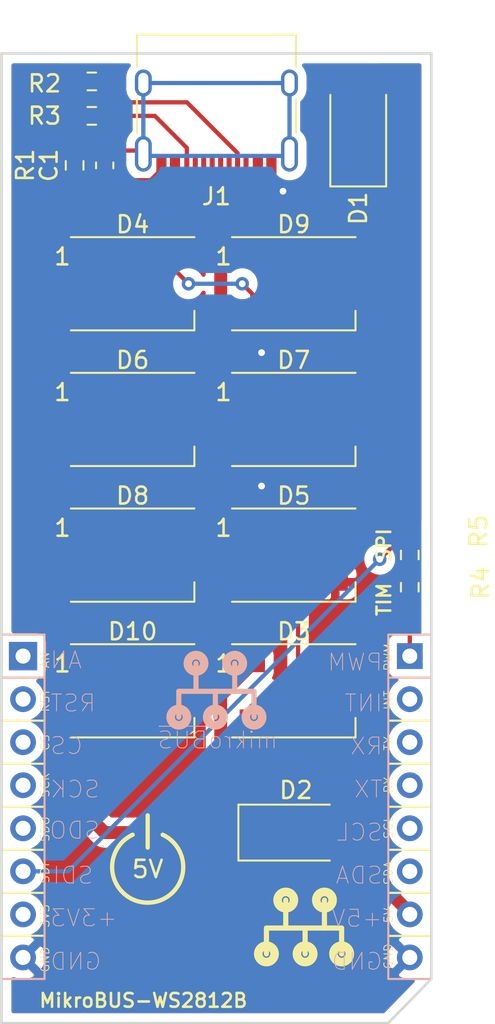
<source format=kicad_pcb>
(kicad_pcb (version 20171130) (host pcbnew "(5.1.9-0-10_14)")

  (general
    (thickness 1.6)
    (drawings 10)
    (tracks 93)
    (zones 0)
    (modules 20)
    (nets 18)
  )

  (page A4)
  (layers
    (0 F.Cu signal)
    (31 B.Cu signal)
    (32 B.Adhes user)
    (33 F.Adhes user)
    (34 B.Paste user)
    (35 F.Paste user)
    (36 B.SilkS user)
    (37 F.SilkS user)
    (38 B.Mask user)
    (39 F.Mask user)
    (40 Dwgs.User user)
    (41 Cmts.User user)
    (42 Eco1.User user)
    (43 Eco2.User user)
    (44 Edge.Cuts user)
    (45 Margin user)
    (46 B.CrtYd user)
    (47 F.CrtYd user)
    (48 B.Fab user)
    (49 F.Fab user)
  )

  (setup
    (last_trace_width 0.25)
    (user_trace_width 0.508)
    (user_trace_width 0.635)
    (user_trace_width 0.762)
    (trace_clearance 0.2)
    (zone_clearance 0.508)
    (zone_45_only no)
    (trace_min 0.2)
    (via_size 0.8)
    (via_drill 0.4)
    (via_min_size 0.4)
    (via_min_drill 0.3)
    (uvia_size 0.3)
    (uvia_drill 0.1)
    (uvias_allowed no)
    (uvia_min_size 0.2)
    (uvia_min_drill 0.1)
    (edge_width 0.15)
    (segment_width 0.2)
    (pcb_text_width 0.3)
    (pcb_text_size 1.5 1.5)
    (mod_edge_width 0.15)
    (mod_text_size 1 1)
    (mod_text_width 0.15)
    (pad_size 1.524 1.524)
    (pad_drill 0.762)
    (pad_to_mask_clearance 0.051)
    (solder_mask_min_width 0.25)
    (aux_axis_origin 0 0)
    (visible_elements FFFFFF7F)
    (pcbplotparams
      (layerselection 0x010fc_ffffffff)
      (usegerberextensions false)
      (usegerberattributes false)
      (usegerberadvancedattributes false)
      (creategerberjobfile false)
      (excludeedgelayer true)
      (linewidth 0.100000)
      (plotframeref false)
      (viasonmask false)
      (mode 1)
      (useauxorigin false)
      (hpglpennumber 1)
      (hpglpenspeed 20)
      (hpglpendiameter 15.000000)
      (psnegative false)
      (psa4output false)
      (plotreference true)
      (plotvalue true)
      (plotinvisibletext false)
      (padsonsilk false)
      (subtractmaskfromsilk false)
      (outputformat 1)
      (mirror false)
      (drillshape 0)
      (scaleselection 1)
      (outputdirectory ""))
  )

  (net 0 "")
  (net 1 GND)
  (net 2 +5V)
  (net 3 "Net-(C1-Pad1)")
  (net 4 /OneWire)
  (net 5 VCC)
  (net 6 "Net-(D1-Pad1)")
  (net 7 "Net-(D3-Pad2)")
  (net 8 "Net-(D4-Pad2)")
  (net 9 "Net-(D4-Pad4)")
  (net 10 "Net-(D5-Pad2)")
  (net 11 "Net-(D6-Pad2)")
  (net 12 "Net-(D7-Pad2)")
  (net 13 "Net-(D10-Pad4)")
  (net 14 /CC1)
  (net 15 /CC2)
  (net 16 /MOSI)
  (net 17 "Net-(D3-Pad4)")

  (net_class Default "This is the default net class."
    (clearance 0.2)
    (trace_width 0.25)
    (via_dia 0.8)
    (via_drill 0.4)
    (uvia_dia 0.3)
    (uvia_drill 0.1)
    (add_net +5V)
    (add_net /CC1)
    (add_net /CC2)
    (add_net /MOSI)
    (add_net /OneWire)
    (add_net GND)
    (add_net "Net-(C1-Pad1)")
    (add_net "Net-(D1-Pad1)")
    (add_net "Net-(D10-Pad4)")
    (add_net "Net-(D3-Pad2)")
    (add_net "Net-(D3-Pad4)")
    (add_net "Net-(D4-Pad2)")
    (add_net "Net-(D4-Pad4)")
    (add_net "Net-(D5-Pad2)")
    (add_net "Net-(D6-Pad2)")
    (add_net "Net-(D7-Pad2)")
    (add_net VCC)
  )

  (module Symbol:MIKROBUS_LOGO_TEXT (layer B.Cu) (tedit 5C631044) (tstamp 603EC113)
    (at 157.4515 100.584 180)
    (zone_connect 0)
    (attr virtual)
    (fp_text reference * (at 8.3 -4) (layer B.SilkS) hide
      (effects (font (size 1 0.9) (thickness 0.05)) (justify mirror))
    )
    (fp_text value MIKROCLICK_LOGO_TEXT (at -0.3 -3.9) (layer B.Fab) hide
      (effects (font (size 1 0.9) (thickness 0.05)) (justify mirror))
    )
    (fp_line (start 2.194 1.4798) (end 1.178 1.4798) (layer B.SilkS) (width 0.3048))
    (fp_line (start 1.178 1.4798) (end 0.035 1.4798) (layer B.SilkS) (width 0.3048))
    (fp_line (start 0.035 1.4798) (end -1.108 1.4798) (layer B.SilkS) (width 0.3048))
    (fp_line (start -1.108 1.4798) (end -2.251 1.4798) (layer B.SilkS) (width 0.3048))
    (fp_line (start 2.194 1.4798) (end 2.194 -0.0442) (layer B.SilkS) (width 0.3048))
    (fp_line (start 0.035 1.4798) (end 0.035 -0.0442) (layer B.SilkS) (width 0.3048))
    (fp_line (start -2.251 1.4798) (end -2.251 -0.0442) (layer B.SilkS) (width 0.3048))
    (fp_line (start 1.178 1.4798) (end 1.178 3.1308) (layer B.SilkS) (width 0.3048))
    (fp_line (start -1.108 1.4798) (end -1.108 3.1308) (layer B.SilkS) (width 0.3048))
    (fp_circle (center 1.178 3.1308) (end 1.4066 3.1308) (layer B.SilkS) (width 0.508))
    (fp_circle (center 2.194 -0.0442) (end 2.4226 -0.0442) (layer B.SilkS) (width 0.508))
    (fp_circle (center 0.035 -0.0442) (end 0.2636 -0.0442) (layer B.SilkS) (width 0.508))
    (fp_circle (center -2.251 -0.0442) (end -2.0224 -0.0442) (layer B.SilkS) (width 0.508))
    (fp_circle (center -1.108 3.1308) (end -0.8794 3.1308) (layer B.SilkS) (width 0.508))
    (fp_text user mikro~BUS (at -0.1 -1.4) (layer B.SilkS)
      (effects (font (size 1 1) (thickness 0.05)) (justify mirror))
    )
  )

  (module Resistor_SMD:R_0603_1608Metric_Pad0.98x0.95mm_HandSolder (layer F.Cu) (tedit 5F68FEEE) (tstamp 603EB5DB)
    (at 168.91 91.059 270)
    (descr "Resistor SMD 0603 (1608 Metric), square (rectangular) end terminal, IPC_7351 nominal with elongated pad for handsoldering. (Body size source: IPC-SM-782 page 72, https://www.pcb-3d.com/wordpress/wp-content/uploads/ipc-sm-782a_amendment_1_and_2.pdf), generated with kicad-footprint-generator")
    (tags "resistor handsolder")
    (path /60448A34)
    (attr smd)
    (fp_text reference R5 (at -1.397 -4.064 90) (layer F.SilkS)
      (effects (font (size 1 1) (thickness 0.15)))
    )
    (fp_text value R_Small (at 0 1.43 90) (layer F.Fab)
      (effects (font (size 1 1) (thickness 0.15)))
    )
    (fp_line (start -0.8 0.4125) (end -0.8 -0.4125) (layer F.Fab) (width 0.1))
    (fp_line (start -0.8 -0.4125) (end 0.8 -0.4125) (layer F.Fab) (width 0.1))
    (fp_line (start 0.8 -0.4125) (end 0.8 0.4125) (layer F.Fab) (width 0.1))
    (fp_line (start 0.8 0.4125) (end -0.8 0.4125) (layer F.Fab) (width 0.1))
    (fp_line (start -0.254724 -0.5225) (end 0.254724 -0.5225) (layer F.SilkS) (width 0.12))
    (fp_line (start -0.254724 0.5225) (end 0.254724 0.5225) (layer F.SilkS) (width 0.12))
    (fp_line (start -1.65 0.73) (end -1.65 -0.73) (layer F.CrtYd) (width 0.05))
    (fp_line (start -1.65 -0.73) (end 1.65 -0.73) (layer F.CrtYd) (width 0.05))
    (fp_line (start 1.65 -0.73) (end 1.65 0.73) (layer F.CrtYd) (width 0.05))
    (fp_line (start 1.65 0.73) (end -1.65 0.73) (layer F.CrtYd) (width 0.05))
    (fp_text user %R (at 0 0 90) (layer F.Fab)
      (effects (font (size 0.4 0.4) (thickness 0.06)))
    )
    (pad 2 smd roundrect (at 0.9125 0 270) (size 0.975 0.95) (layers F.Cu F.Paste F.Mask) (roundrect_rratio 0.25)
      (net 17 "Net-(D3-Pad4)"))
    (pad 1 smd roundrect (at -0.9125 0 270) (size 0.975 0.95) (layers F.Cu F.Paste F.Mask) (roundrect_rratio 0.25)
      (net 16 /MOSI))
    (model ${KISYS3DMOD}/Resistor_SMD.3dshapes/R_0603_1608Metric.wrl
      (at (xyz 0 0 0))
      (scale (xyz 1 1 1))
      (rotate (xyz 0 0 0))
    )
  )

  (module Resistor_SMD:R_0603_1608Metric_Pad0.98x0.95mm_HandSolder (layer F.Cu) (tedit 5F68FEEE) (tstamp 603EB5CA)
    (at 168.91 92.964 90)
    (descr "Resistor SMD 0603 (1608 Metric), square (rectangular) end terminal, IPC_7351 nominal with elongated pad for handsoldering. (Body size source: IPC-SM-782 page 72, https://www.pcb-3d.com/wordpress/wp-content/uploads/ipc-sm-782a_amendment_1_and_2.pdf), generated with kicad-footprint-generator")
    (tags "resistor handsolder")
    (path /604466DB)
    (attr smd)
    (fp_text reference R4 (at 0.254 4.191 90) (layer F.SilkS)
      (effects (font (size 1 1) (thickness 0.15)))
    )
    (fp_text value R_Small (at 0 1.43 90) (layer F.Fab)
      (effects (font (size 1 1) (thickness 0.15)))
    )
    (fp_line (start -0.8 0.4125) (end -0.8 -0.4125) (layer F.Fab) (width 0.1))
    (fp_line (start -0.8 -0.4125) (end 0.8 -0.4125) (layer F.Fab) (width 0.1))
    (fp_line (start 0.8 -0.4125) (end 0.8 0.4125) (layer F.Fab) (width 0.1))
    (fp_line (start 0.8 0.4125) (end -0.8 0.4125) (layer F.Fab) (width 0.1))
    (fp_line (start -0.254724 -0.5225) (end 0.254724 -0.5225) (layer F.SilkS) (width 0.12))
    (fp_line (start -0.254724 0.5225) (end 0.254724 0.5225) (layer F.SilkS) (width 0.12))
    (fp_line (start -1.65 0.73) (end -1.65 -0.73) (layer F.CrtYd) (width 0.05))
    (fp_line (start -1.65 -0.73) (end 1.65 -0.73) (layer F.CrtYd) (width 0.05))
    (fp_line (start 1.65 -0.73) (end 1.65 0.73) (layer F.CrtYd) (width 0.05))
    (fp_line (start 1.65 0.73) (end -1.65 0.73) (layer F.CrtYd) (width 0.05))
    (fp_text user %R (at 0 0 90) (layer F.Fab)
      (effects (font (size 0.4 0.4) (thickness 0.06)))
    )
    (pad 2 smd roundrect (at 0.9125 0 90) (size 0.975 0.95) (layers F.Cu F.Paste F.Mask) (roundrect_rratio 0.25)
      (net 17 "Net-(D3-Pad4)"))
    (pad 1 smd roundrect (at -0.9125 0 90) (size 0.975 0.95) (layers F.Cu F.Paste F.Mask) (roundrect_rratio 0.25)
      (net 4 /OneWire))
    (model ${KISYS3DMOD}/Resistor_SMD.3dshapes/R_0603_1608Metric.wrl
      (at (xyz 0 0 0))
      (scale (xyz 1 1 1))
      (rotate (xyz 0 0 0))
    )
  )

  (module Diode_SMD:D_SMA (layer F.Cu) (tedit 603E2076) (tstamp 603E7B07)
    (at 162.179 107.442)
    (descr "Diode SMA (DO-214AC)")
    (tags "Diode SMA (DO-214AC)")
    (path /603E8FE1)
    (attr smd)
    (fp_text reference D2 (at 0 -2.5) (layer F.SilkS)
      (effects (font (size 1 1) (thickness 0.15)))
    )
    (fp_text value SS24 (at 0 2.6) (layer F.Fab)
      (effects (font (size 1 1) (thickness 0.15)))
    )
    (fp_line (start -3.4 -1.65) (end 2 -1.65) (layer F.SilkS) (width 0.12))
    (fp_line (start -3.4 1.65) (end 2 1.65) (layer F.SilkS) (width 0.12))
    (fp_line (start -0.64944 0.00102) (end 0.50118 -0.79908) (layer F.Fab) (width 0.1))
    (fp_line (start -0.64944 0.00102) (end 0.50118 0.75032) (layer F.Fab) (width 0.1))
    (fp_line (start 0.50118 0.75032) (end 0.50118 -0.79908) (layer F.Fab) (width 0.1))
    (fp_line (start -0.64944 -0.79908) (end -0.64944 0.80112) (layer F.Fab) (width 0.1))
    (fp_line (start 0.50118 0.00102) (end 1.4994 0.00102) (layer F.Fab) (width 0.1))
    (fp_line (start -0.64944 0.00102) (end -1.55114 0.00102) (layer F.Fab) (width 0.1))
    (fp_line (start -3.5 1.75) (end -3.5 -1.75) (layer F.CrtYd) (width 0.05))
    (fp_line (start 3.5 1.75) (end -3.5 1.75) (layer F.CrtYd) (width 0.05))
    (fp_line (start 3.5 -1.75) (end 3.5 1.75) (layer F.CrtYd) (width 0.05))
    (fp_line (start -3.5 -1.75) (end 3.5 -1.75) (layer F.CrtYd) (width 0.05))
    (fp_line (start 2.3 -1.5) (end -2.3 -1.5) (layer F.Fab) (width 0.1))
    (fp_line (start 2.3 -1.5) (end 2.3 1.5) (layer F.Fab) (width 0.1))
    (fp_line (start -2.3 1.5) (end -2.3 -1.5) (layer F.Fab) (width 0.1))
    (fp_line (start 2.3 1.5) (end -2.3 1.5) (layer F.Fab) (width 0.1))
    (fp_line (start -3.4 -1.65) (end -3.4 1.65) (layer F.SilkS) (width 0.12))
    (fp_text user %R (at 0 -2.5) (layer F.Fab)
      (effects (font (size 1 1) (thickness 0.15)))
    )
    (pad 1 smd rect (at 2 0) (size 2.5 1.8) (layers F.Cu F.Paste F.Mask)
      (net 2 +5V))
    (pad 2 smd rect (at -2 0) (size 2.5 1.8) (layers F.Cu F.Paste F.Mask)
      (net 5 VCC))
    (model ${KISYS3DMOD}/Diode_SMD.3dshapes/D_SMA.wrl
      (at (xyz 0 0 0))
      (scale (xyz 1 1 1))
      (rotate (xyz 0 0 0))
    )
  )

  (module Resistor_SMD:R_0603_1608Metric_Pad0.98x0.95mm_HandSolder (layer F.Cu) (tedit 5F68FEEE) (tstamp 603EAA5A)
    (at 150.114 65.151 180)
    (descr "Resistor SMD 0603 (1608 Metric), square (rectangular) end terminal, IPC_7351 nominal with elongated pad for handsoldering. (Body size source: IPC-SM-782 page 72, https://www.pcb-3d.com/wordpress/wp-content/uploads/ipc-sm-782a_amendment_1_and_2.pdf), generated with kicad-footprint-generator")
    (tags "resistor handsolder")
    (path /60436FAE)
    (attr smd)
    (fp_text reference R3 (at 2.794 0) (layer F.SilkS)
      (effects (font (size 1 1) (thickness 0.15)))
    )
    (fp_text value 5k1 (at 0 1.43) (layer F.Fab)
      (effects (font (size 1 1) (thickness 0.15)))
    )
    (fp_line (start -0.8 0.4125) (end -0.8 -0.4125) (layer F.Fab) (width 0.1))
    (fp_line (start -0.8 -0.4125) (end 0.8 -0.4125) (layer F.Fab) (width 0.1))
    (fp_line (start 0.8 -0.4125) (end 0.8 0.4125) (layer F.Fab) (width 0.1))
    (fp_line (start 0.8 0.4125) (end -0.8 0.4125) (layer F.Fab) (width 0.1))
    (fp_line (start -0.254724 -0.5225) (end 0.254724 -0.5225) (layer F.SilkS) (width 0.12))
    (fp_line (start -0.254724 0.5225) (end 0.254724 0.5225) (layer F.SilkS) (width 0.12))
    (fp_line (start -1.65 0.73) (end -1.65 -0.73) (layer F.CrtYd) (width 0.05))
    (fp_line (start -1.65 -0.73) (end 1.65 -0.73) (layer F.CrtYd) (width 0.05))
    (fp_line (start 1.65 -0.73) (end 1.65 0.73) (layer F.CrtYd) (width 0.05))
    (fp_line (start 1.65 0.73) (end -1.65 0.73) (layer F.CrtYd) (width 0.05))
    (fp_text user %R (at 0 0) (layer F.Fab)
      (effects (font (size 0.4 0.4) (thickness 0.06)))
    )
    (pad 2 smd roundrect (at 0.9125 0 180) (size 0.975 0.95) (layers F.Cu F.Paste F.Mask) (roundrect_rratio 0.25)
      (net 1 GND))
    (pad 1 smd roundrect (at -0.9125 0 180) (size 0.975 0.95) (layers F.Cu F.Paste F.Mask) (roundrect_rratio 0.25)
      (net 15 /CC2))
    (model ${KISYS3DMOD}/Resistor_SMD.3dshapes/R_0603_1608Metric.wrl
      (at (xyz 0 0 0))
      (scale (xyz 1 1 1))
      (rotate (xyz 0 0 0))
    )
  )

  (module Resistor_SMD:R_0603_1608Metric_Pad0.98x0.95mm_HandSolder (layer F.Cu) (tedit 5F68FEEE) (tstamp 603EAA49)
    (at 150.114 63.119 180)
    (descr "Resistor SMD 0603 (1608 Metric), square (rectangular) end terminal, IPC_7351 nominal with elongated pad for handsoldering. (Body size source: IPC-SM-782 page 72, https://www.pcb-3d.com/wordpress/wp-content/uploads/ipc-sm-782a_amendment_1_and_2.pdf), generated with kicad-footprint-generator")
    (tags "resistor handsolder")
    (path /60435EBE)
    (attr smd)
    (fp_text reference R2 (at 2.794 -0.127) (layer F.SilkS)
      (effects (font (size 1 1) (thickness 0.15)))
    )
    (fp_text value 5k1 (at 0 1.43) (layer F.Fab)
      (effects (font (size 1 1) (thickness 0.15)))
    )
    (fp_line (start -0.8 0.4125) (end -0.8 -0.4125) (layer F.Fab) (width 0.1))
    (fp_line (start -0.8 -0.4125) (end 0.8 -0.4125) (layer F.Fab) (width 0.1))
    (fp_line (start 0.8 -0.4125) (end 0.8 0.4125) (layer F.Fab) (width 0.1))
    (fp_line (start 0.8 0.4125) (end -0.8 0.4125) (layer F.Fab) (width 0.1))
    (fp_line (start -0.254724 -0.5225) (end 0.254724 -0.5225) (layer F.SilkS) (width 0.12))
    (fp_line (start -0.254724 0.5225) (end 0.254724 0.5225) (layer F.SilkS) (width 0.12))
    (fp_line (start -1.65 0.73) (end -1.65 -0.73) (layer F.CrtYd) (width 0.05))
    (fp_line (start -1.65 -0.73) (end 1.65 -0.73) (layer F.CrtYd) (width 0.05))
    (fp_line (start 1.65 -0.73) (end 1.65 0.73) (layer F.CrtYd) (width 0.05))
    (fp_line (start 1.65 0.73) (end -1.65 0.73) (layer F.CrtYd) (width 0.05))
    (fp_text user %R (at 0 0) (layer F.Fab)
      (effects (font (size 0.4 0.4) (thickness 0.06)))
    )
    (pad 2 smd roundrect (at 0.9125 0 180) (size 0.975 0.95) (layers F.Cu F.Paste F.Mask) (roundrect_rratio 0.25)
      (net 1 GND))
    (pad 1 smd roundrect (at -0.9125 0 180) (size 0.975 0.95) (layers F.Cu F.Paste F.Mask) (roundrect_rratio 0.25)
      (net 14 /CC1))
    (model ${KISYS3DMOD}/Resistor_SMD.3dshapes/R_0603_1608Metric.wrl
      (at (xyz 0 0 0))
      (scale (xyz 1 1 1))
      (rotate (xyz 0 0 0))
    )
  )

  (module Diode_SMD:D_SMA (layer F.Cu) (tedit 603E2076) (tstamp 603EA1EA)
    (at 165.862 65.913 90)
    (descr "Diode SMA (DO-214AC)")
    (tags "Diode SMA (DO-214AC)")
    (path /603E88A0)
    (attr smd)
    (fp_text reference D1 (at -4.699 0 90) (layer F.SilkS)
      (effects (font (size 1 1) (thickness 0.15)))
    )
    (fp_text value SS24 (at 0 2.6 90) (layer F.Fab)
      (effects (font (size 1 1) (thickness 0.15)))
    )
    (fp_line (start -3.4 -1.65) (end 2 -1.65) (layer F.SilkS) (width 0.12))
    (fp_line (start -3.4 1.65) (end 2 1.65) (layer F.SilkS) (width 0.12))
    (fp_line (start -0.64944 0.00102) (end 0.50118 -0.79908) (layer F.Fab) (width 0.1))
    (fp_line (start -0.64944 0.00102) (end 0.50118 0.75032) (layer F.Fab) (width 0.1))
    (fp_line (start 0.50118 0.75032) (end 0.50118 -0.79908) (layer F.Fab) (width 0.1))
    (fp_line (start -0.64944 -0.79908) (end -0.64944 0.80112) (layer F.Fab) (width 0.1))
    (fp_line (start 0.50118 0.00102) (end 1.4994 0.00102) (layer F.Fab) (width 0.1))
    (fp_line (start -0.64944 0.00102) (end -1.55114 0.00102) (layer F.Fab) (width 0.1))
    (fp_line (start -3.5 1.75) (end -3.5 -1.75) (layer F.CrtYd) (width 0.05))
    (fp_line (start 3.5 1.75) (end -3.5 1.75) (layer F.CrtYd) (width 0.05))
    (fp_line (start 3.5 -1.75) (end 3.5 1.75) (layer F.CrtYd) (width 0.05))
    (fp_line (start -3.5 -1.75) (end 3.5 -1.75) (layer F.CrtYd) (width 0.05))
    (fp_line (start 2.3 -1.5) (end -2.3 -1.5) (layer F.Fab) (width 0.1))
    (fp_line (start 2.3 -1.5) (end 2.3 1.5) (layer F.Fab) (width 0.1))
    (fp_line (start -2.3 1.5) (end -2.3 -1.5) (layer F.Fab) (width 0.1))
    (fp_line (start 2.3 1.5) (end -2.3 1.5) (layer F.Fab) (width 0.1))
    (fp_line (start -3.4 -1.65) (end -3.4 1.65) (layer F.SilkS) (width 0.12))
    (fp_text user %R (at 0 -2.5 90) (layer F.Fab)
      (effects (font (size 1 1) (thickness 0.15)))
    )
    (pad 1 smd rect (at 2 0 90) (size 2.5 1.8) (layers F.Cu F.Paste F.Mask)
      (net 6 "Net-(D1-Pad1)"))
    (pad 2 smd rect (at -2 0 90) (size 2.5 1.8) (layers F.Cu F.Paste F.Mask)
      (net 5 VCC))
    (model ${KISYS3DMOD}/Diode_SMD.3dshapes/D_SMA.wrl
      (at (xyz 0 0 0))
      (scale (xyz 1 1 1))
      (rotate (xyz 0 0 0))
    )
  )

  (module Resistor_SMD:R_0603_1608Metric_Pad0.98x0.95mm_HandSolder (layer F.Cu) (tedit 5F68FEEE) (tstamp 603E7BF8)
    (at 149.098 68.072 270)
    (descr "Resistor SMD 0603 (1608 Metric), square (rectangular) end terminal, IPC_7351 nominal with elongated pad for handsoldering. (Body size source: IPC-SM-782 page 72, https://www.pcb-3d.com/wordpress/wp-content/uploads/ipc-sm-782a_amendment_1_and_2.pdf), generated with kicad-footprint-generator")
    (tags "resistor handsolder")
    (path /603EE2AD)
    (attr smd)
    (fp_text reference R1 (at 0 2.921 90) (layer F.SilkS)
      (effects (font (size 1 1) (thickness 0.15)))
    )
    (fp_text value 1M (at 0 1.43 90) (layer F.Fab)
      (effects (font (size 1 1) (thickness 0.15)))
    )
    (fp_line (start -0.8 0.4125) (end -0.8 -0.4125) (layer F.Fab) (width 0.1))
    (fp_line (start -0.8 -0.4125) (end 0.8 -0.4125) (layer F.Fab) (width 0.1))
    (fp_line (start 0.8 -0.4125) (end 0.8 0.4125) (layer F.Fab) (width 0.1))
    (fp_line (start 0.8 0.4125) (end -0.8 0.4125) (layer F.Fab) (width 0.1))
    (fp_line (start -0.254724 -0.5225) (end 0.254724 -0.5225) (layer F.SilkS) (width 0.12))
    (fp_line (start -0.254724 0.5225) (end 0.254724 0.5225) (layer F.SilkS) (width 0.12))
    (fp_line (start -1.65 0.73) (end -1.65 -0.73) (layer F.CrtYd) (width 0.05))
    (fp_line (start -1.65 -0.73) (end 1.65 -0.73) (layer F.CrtYd) (width 0.05))
    (fp_line (start 1.65 -0.73) (end 1.65 0.73) (layer F.CrtYd) (width 0.05))
    (fp_line (start 1.65 0.73) (end -1.65 0.73) (layer F.CrtYd) (width 0.05))
    (fp_text user %R (at 0 0 90) (layer F.Fab)
      (effects (font (size 0.4 0.4) (thickness 0.06)))
    )
    (pad 2 smd roundrect (at 0.9125 0 270) (size 0.975 0.95) (layers F.Cu F.Paste F.Mask) (roundrect_rratio 0.25)
      (net 1 GND))
    (pad 1 smd roundrect (at -0.9125 0 270) (size 0.975 0.95) (layers F.Cu F.Paste F.Mask) (roundrect_rratio 0.25)
      (net 3 "Net-(C1-Pad1)"))
    (model ${KISYS3DMOD}/Resistor_SMD.3dshapes/R_0603_1608Metric.wrl
      (at (xyz 0 0 0))
      (scale (xyz 1 1 1))
      (rotate (xyz 0 0 0))
    )
  )

  (module Connector_USB:USB_C_Receptacle_HRO_TYPE-C-31-M-12 (layer F.Cu) (tedit 5D3C0721) (tstamp 603E7BE7)
    (at 157.48 64.262 180)
    (descr "USB Type-C receptacle for USB 2.0 and PD, http://www.krhro.com/uploads/soft/180320/1-1P320120243.pdf")
    (tags "usb usb-c 2.0 pd")
    (path /603E2EBA)
    (attr smd)
    (fp_text reference J1 (at 0 -5.645) (layer F.SilkS)
      (effects (font (size 1 1) (thickness 0.15)))
    )
    (fp_text value USB_C_Receptacle_USB2.0 (at 0 5.1) (layer F.Fab)
      (effects (font (size 1 1) (thickness 0.15)))
    )
    (fp_line (start -4.7 2) (end -4.7 3.9) (layer F.SilkS) (width 0.12))
    (fp_line (start -4.7 -1.9) (end -4.7 0.1) (layer F.SilkS) (width 0.12))
    (fp_line (start 4.7 2) (end 4.7 3.9) (layer F.SilkS) (width 0.12))
    (fp_line (start 4.7 -1.9) (end 4.7 0.1) (layer F.SilkS) (width 0.12))
    (fp_line (start 5.32 -5.27) (end 5.32 4.15) (layer F.CrtYd) (width 0.05))
    (fp_line (start -5.32 -5.27) (end -5.32 4.15) (layer F.CrtYd) (width 0.05))
    (fp_line (start -5.32 4.15) (end 5.32 4.15) (layer F.CrtYd) (width 0.05))
    (fp_line (start -5.32 -5.27) (end 5.32 -5.27) (layer F.CrtYd) (width 0.05))
    (fp_line (start 4.47 -3.65) (end 4.47 3.65) (layer F.Fab) (width 0.1))
    (fp_line (start -4.47 3.65) (end 4.47 3.65) (layer F.Fab) (width 0.1))
    (fp_line (start -4.47 -3.65) (end -4.47 3.65) (layer F.Fab) (width 0.1))
    (fp_line (start -4.47 -3.65) (end 4.47 -3.65) (layer F.Fab) (width 0.1))
    (fp_line (start -4.7 3.9) (end 4.7 3.9) (layer F.SilkS) (width 0.12))
    (fp_text user %R (at 0 0) (layer F.Fab)
      (effects (font (size 1 1) (thickness 0.15)))
    )
    (pad B1 smd rect (at 3.25 -4.045 180) (size 0.6 1.45) (layers F.Cu F.Paste F.Mask)
      (net 1 GND))
    (pad A9 smd rect (at 2.45 -4.045 180) (size 0.6 1.45) (layers F.Cu F.Paste F.Mask)
      (net 6 "Net-(D1-Pad1)"))
    (pad B9 smd rect (at -2.45 -4.045 180) (size 0.6 1.45) (layers F.Cu F.Paste F.Mask)
      (net 6 "Net-(D1-Pad1)"))
    (pad B12 smd rect (at -3.25 -4.045 180) (size 0.6 1.45) (layers F.Cu F.Paste F.Mask)
      (net 1 GND))
    (pad A1 smd rect (at -3.25 -4.045 180) (size 0.6 1.45) (layers F.Cu F.Paste F.Mask)
      (net 1 GND))
    (pad A4 smd rect (at -2.45 -4.045 180) (size 0.6 1.45) (layers F.Cu F.Paste F.Mask)
      (net 6 "Net-(D1-Pad1)"))
    (pad B4 smd rect (at 2.45 -4.045 180) (size 0.6 1.45) (layers F.Cu F.Paste F.Mask)
      (net 6 "Net-(D1-Pad1)"))
    (pad A12 smd rect (at 3.25 -4.045 180) (size 0.6 1.45) (layers F.Cu F.Paste F.Mask)
      (net 1 GND))
    (pad B8 smd rect (at -1.75 -4.045 180) (size 0.3 1.45) (layers F.Cu F.Paste F.Mask))
    (pad A5 smd rect (at -1.25 -4.045 180) (size 0.3 1.45) (layers F.Cu F.Paste F.Mask)
      (net 14 /CC1))
    (pad B7 smd rect (at -0.75 -4.045 180) (size 0.3 1.45) (layers F.Cu F.Paste F.Mask))
    (pad A7 smd rect (at 0.25 -4.045 180) (size 0.3 1.45) (layers F.Cu F.Paste F.Mask))
    (pad B6 smd rect (at 0.75 -4.045 180) (size 0.3 1.45) (layers F.Cu F.Paste F.Mask))
    (pad A8 smd rect (at 1.25 -4.045 180) (size 0.3 1.45) (layers F.Cu F.Paste F.Mask))
    (pad B5 smd rect (at 1.75 -4.045 180) (size 0.3 1.45) (layers F.Cu F.Paste F.Mask)
      (net 15 /CC2))
    (pad A6 smd rect (at -0.25 -4.045 180) (size 0.3 1.45) (layers F.Cu F.Paste F.Mask))
    (pad S1 thru_hole oval (at 4.32 -3.13 180) (size 1 2.1) (drill oval 0.6 1.7) (layers *.Cu *.Mask)
      (net 3 "Net-(C1-Pad1)"))
    (pad S1 thru_hole oval (at -4.32 -3.13 180) (size 1 2.1) (drill oval 0.6 1.7) (layers *.Cu *.Mask)
      (net 3 "Net-(C1-Pad1)"))
    (pad "" np_thru_hole circle (at -2.89 -2.6 180) (size 0.65 0.65) (drill 0.65) (layers *.Cu *.Mask))
    (pad S1 thru_hole oval (at -4.32 1.05 180) (size 1 1.6) (drill oval 0.6 1.2) (layers *.Cu *.Mask)
      (net 3 "Net-(C1-Pad1)"))
    (pad "" np_thru_hole circle (at 2.89 -2.6 180) (size 0.65 0.65) (drill 0.65) (layers *.Cu *.Mask))
    (pad S1 thru_hole oval (at 4.32 1.05 180) (size 1 1.6) (drill oval 0.6 1.2) (layers *.Cu *.Mask)
      (net 3 "Net-(C1-Pad1)"))
    (model ${KISYS3DMOD}/Connector_USB.3dshapes/USB_C_Receptacle_HRO_TYPE-C-31-M-12.step
      (at (xyz 0 0 0))
      (scale (xyz 1 1 1))
      (rotate (xyz -90 0 0))
    )
  )

  (module LED_SMD:LED_WS2812B_PLCC4_5.0x5.0mm_P3.2mm (layer F.Cu) (tedit 5AA4B285) (tstamp 603E7BBF)
    (at 152.527 99.076001)
    (descr https://cdn-shop.adafruit.com/datasheets/WS2812B.pdf)
    (tags "LED RGB NeoPixel")
    (path /604010CF)
    (attr smd)
    (fp_text reference D10 (at 0 -3.5) (layer F.SilkS)
      (effects (font (size 1 1) (thickness 0.15)))
    )
    (fp_text value WS2812B (at 0 4) (layer F.Fab)
      (effects (font (size 1 1) (thickness 0.15)))
    )
    (fp_line (start 3.45 -2.75) (end -3.45 -2.75) (layer F.CrtYd) (width 0.05))
    (fp_line (start 3.45 2.75) (end 3.45 -2.75) (layer F.CrtYd) (width 0.05))
    (fp_line (start -3.45 2.75) (end 3.45 2.75) (layer F.CrtYd) (width 0.05))
    (fp_line (start -3.45 -2.75) (end -3.45 2.75) (layer F.CrtYd) (width 0.05))
    (fp_line (start 2.5 1.5) (end 1.5 2.5) (layer F.Fab) (width 0.1))
    (fp_line (start -2.5 -2.5) (end -2.5 2.5) (layer F.Fab) (width 0.1))
    (fp_line (start -2.5 2.5) (end 2.5 2.5) (layer F.Fab) (width 0.1))
    (fp_line (start 2.5 2.5) (end 2.5 -2.5) (layer F.Fab) (width 0.1))
    (fp_line (start 2.5 -2.5) (end -2.5 -2.5) (layer F.Fab) (width 0.1))
    (fp_line (start -3.65 -2.75) (end 3.65 -2.75) (layer F.SilkS) (width 0.12))
    (fp_line (start -3.65 2.75) (end 3.65 2.75) (layer F.SilkS) (width 0.12))
    (fp_line (start 3.65 2.75) (end 3.65 1.6) (layer F.SilkS) (width 0.12))
    (fp_circle (center 0 0) (end 0 -2) (layer F.Fab) (width 0.1))
    (fp_text user %R (at 0 0) (layer F.Fab)
      (effects (font (size 0.8 0.8) (thickness 0.15)))
    )
    (fp_text user 1 (at -4.15 -1.6) (layer F.SilkS)
      (effects (font (size 1 1) (thickness 0.15)))
    )
    (pad 1 smd rect (at -2.45 -1.6) (size 1.5 1) (layers F.Cu F.Paste F.Mask)
      (net 5 VCC))
    (pad 2 smd rect (at -2.45 1.6) (size 1.5 1) (layers F.Cu F.Paste F.Mask))
    (pad 4 smd rect (at 2.45 -1.6) (size 1.5 1) (layers F.Cu F.Paste F.Mask)
      (net 13 "Net-(D10-Pad4)"))
    (pad 3 smd rect (at 2.45 1.6) (size 1.5 1) (layers F.Cu F.Paste F.Mask)
      (net 1 GND))
    (model ${KISYS3DMOD}/LED_SMD.3dshapes/LED_WS2812B_PLCC4_5.0x5.0mm_P3.2mm.wrl
      (at (xyz 0 0 0))
      (scale (xyz 1 1 1))
      (rotate (xyz 0 0 0))
    )
  )

  (module LED_SMD:LED_WS2812B_PLCC4_5.0x5.0mm_P3.2mm (layer F.Cu) (tedit 5AA4B285) (tstamp 603E7BA8)
    (at 162.052 75.057)
    (descr https://cdn-shop.adafruit.com/datasheets/WS2812B.pdf)
    (tags "LED RGB NeoPixel")
    (path /603FC4AE)
    (attr smd)
    (fp_text reference D9 (at 0 -3.5) (layer F.SilkS)
      (effects (font (size 1 1) (thickness 0.15)))
    )
    (fp_text value WS2812B (at 0 4) (layer F.Fab)
      (effects (font (size 1 1) (thickness 0.15)))
    )
    (fp_line (start 3.45 -2.75) (end -3.45 -2.75) (layer F.CrtYd) (width 0.05))
    (fp_line (start 3.45 2.75) (end 3.45 -2.75) (layer F.CrtYd) (width 0.05))
    (fp_line (start -3.45 2.75) (end 3.45 2.75) (layer F.CrtYd) (width 0.05))
    (fp_line (start -3.45 -2.75) (end -3.45 2.75) (layer F.CrtYd) (width 0.05))
    (fp_line (start 2.5 1.5) (end 1.5 2.5) (layer F.Fab) (width 0.1))
    (fp_line (start -2.5 -2.5) (end -2.5 2.5) (layer F.Fab) (width 0.1))
    (fp_line (start -2.5 2.5) (end 2.5 2.5) (layer F.Fab) (width 0.1))
    (fp_line (start 2.5 2.5) (end 2.5 -2.5) (layer F.Fab) (width 0.1))
    (fp_line (start 2.5 -2.5) (end -2.5 -2.5) (layer F.Fab) (width 0.1))
    (fp_line (start -3.65 -2.75) (end 3.65 -2.75) (layer F.SilkS) (width 0.12))
    (fp_line (start -3.65 2.75) (end 3.65 2.75) (layer F.SilkS) (width 0.12))
    (fp_line (start 3.65 2.75) (end 3.65 1.6) (layer F.SilkS) (width 0.12))
    (fp_circle (center 0 0) (end 0 -2) (layer F.Fab) (width 0.1))
    (fp_text user %R (at 0 0) (layer F.Fab)
      (effects (font (size 0.8 0.8) (thickness 0.15)))
    )
    (fp_text user 1 (at -4.15 -1.6) (layer F.SilkS)
      (effects (font (size 1 1) (thickness 0.15)))
    )
    (pad 1 smd rect (at -2.45 -1.6) (size 1.5 1) (layers F.Cu F.Paste F.Mask)
      (net 5 VCC))
    (pad 2 smd rect (at -2.45 1.6) (size 1.5 1) (layers F.Cu F.Paste F.Mask)
      (net 9 "Net-(D4-Pad4)"))
    (pad 4 smd rect (at 2.45 -1.6) (size 1.5 1) (layers F.Cu F.Paste F.Mask)
      (net 12 "Net-(D7-Pad2)"))
    (pad 3 smd rect (at 2.45 1.6) (size 1.5 1) (layers F.Cu F.Paste F.Mask)
      (net 1 GND))
    (model ${KISYS3DMOD}/LED_SMD.3dshapes/LED_WS2812B_PLCC4_5.0x5.0mm_P3.2mm.wrl
      (at (xyz 0 0 0))
      (scale (xyz 1 1 1))
      (rotate (xyz 0 0 0))
    )
  )

  (module LED_SMD:LED_WS2812B_PLCC4_5.0x5.0mm_P3.2mm (layer F.Cu) (tedit 5AA4B285) (tstamp 603E7B91)
    (at 152.527 91.069666)
    (descr https://cdn-shop.adafruit.com/datasheets/WS2812B.pdf)
    (tags "LED RGB NeoPixel")
    (path /603FF91C)
    (attr smd)
    (fp_text reference D8 (at 0 -3.5) (layer F.SilkS)
      (effects (font (size 1 1) (thickness 0.15)))
    )
    (fp_text value WS2812B (at 0 4) (layer F.Fab)
      (effects (font (size 1 1) (thickness 0.15)))
    )
    (fp_line (start 3.45 -2.75) (end -3.45 -2.75) (layer F.CrtYd) (width 0.05))
    (fp_line (start 3.45 2.75) (end 3.45 -2.75) (layer F.CrtYd) (width 0.05))
    (fp_line (start -3.45 2.75) (end 3.45 2.75) (layer F.CrtYd) (width 0.05))
    (fp_line (start -3.45 -2.75) (end -3.45 2.75) (layer F.CrtYd) (width 0.05))
    (fp_line (start 2.5 1.5) (end 1.5 2.5) (layer F.Fab) (width 0.1))
    (fp_line (start -2.5 -2.5) (end -2.5 2.5) (layer F.Fab) (width 0.1))
    (fp_line (start -2.5 2.5) (end 2.5 2.5) (layer F.Fab) (width 0.1))
    (fp_line (start 2.5 2.5) (end 2.5 -2.5) (layer F.Fab) (width 0.1))
    (fp_line (start 2.5 -2.5) (end -2.5 -2.5) (layer F.Fab) (width 0.1))
    (fp_line (start -3.65 -2.75) (end 3.65 -2.75) (layer F.SilkS) (width 0.12))
    (fp_line (start -3.65 2.75) (end 3.65 2.75) (layer F.SilkS) (width 0.12))
    (fp_line (start 3.65 2.75) (end 3.65 1.6) (layer F.SilkS) (width 0.12))
    (fp_circle (center 0 0) (end 0 -2) (layer F.Fab) (width 0.1))
    (fp_text user %R (at 0 0) (layer F.Fab)
      (effects (font (size 0.8 0.8) (thickness 0.15)))
    )
    (fp_text user 1 (at -4.15 -1.6) (layer F.SilkS)
      (effects (font (size 1 1) (thickness 0.15)))
    )
    (pad 1 smd rect (at -2.45 -1.6) (size 1.5 1) (layers F.Cu F.Paste F.Mask)
      (net 5 VCC))
    (pad 2 smd rect (at -2.45 1.6) (size 1.5 1) (layers F.Cu F.Paste F.Mask)
      (net 13 "Net-(D10-Pad4)"))
    (pad 4 smd rect (at 2.45 -1.6) (size 1.5 1) (layers F.Cu F.Paste F.Mask)
      (net 11 "Net-(D6-Pad2)"))
    (pad 3 smd rect (at 2.45 1.6) (size 1.5 1) (layers F.Cu F.Paste F.Mask)
      (net 1 GND))
    (model ${KISYS3DMOD}/LED_SMD.3dshapes/LED_WS2812B_PLCC4_5.0x5.0mm_P3.2mm.wrl
      (at (xyz 0 0 0))
      (scale (xyz 1 1 1))
      (rotate (xyz 0 0 0))
    )
  )

  (module LED_SMD:LED_WS2812B_PLCC4_5.0x5.0mm_P3.2mm (layer F.Cu) (tedit 5AA4B285) (tstamp 603E7B7A)
    (at 162.052 83.063333)
    (descr https://cdn-shop.adafruit.com/datasheets/WS2812B.pdf)
    (tags "LED RGB NeoPixel")
    (path /603FA235)
    (attr smd)
    (fp_text reference D7 (at 0 -3.5) (layer F.SilkS)
      (effects (font (size 1 1) (thickness 0.15)))
    )
    (fp_text value WS2812B (at 0 4) (layer F.Fab)
      (effects (font (size 1 1) (thickness 0.15)))
    )
    (fp_line (start 3.45 -2.75) (end -3.45 -2.75) (layer F.CrtYd) (width 0.05))
    (fp_line (start 3.45 2.75) (end 3.45 -2.75) (layer F.CrtYd) (width 0.05))
    (fp_line (start -3.45 2.75) (end 3.45 2.75) (layer F.CrtYd) (width 0.05))
    (fp_line (start -3.45 -2.75) (end -3.45 2.75) (layer F.CrtYd) (width 0.05))
    (fp_line (start 2.5 1.5) (end 1.5 2.5) (layer F.Fab) (width 0.1))
    (fp_line (start -2.5 -2.5) (end -2.5 2.5) (layer F.Fab) (width 0.1))
    (fp_line (start -2.5 2.5) (end 2.5 2.5) (layer F.Fab) (width 0.1))
    (fp_line (start 2.5 2.5) (end 2.5 -2.5) (layer F.Fab) (width 0.1))
    (fp_line (start 2.5 -2.5) (end -2.5 -2.5) (layer F.Fab) (width 0.1))
    (fp_line (start -3.65 -2.75) (end 3.65 -2.75) (layer F.SilkS) (width 0.12))
    (fp_line (start -3.65 2.75) (end 3.65 2.75) (layer F.SilkS) (width 0.12))
    (fp_line (start 3.65 2.75) (end 3.65 1.6) (layer F.SilkS) (width 0.12))
    (fp_circle (center 0 0) (end 0 -2) (layer F.Fab) (width 0.1))
    (fp_text user %R (at 0 0) (layer F.Fab)
      (effects (font (size 0.8 0.8) (thickness 0.15)))
    )
    (fp_text user 1 (at -4.15 -1.6) (layer F.SilkS)
      (effects (font (size 1 1) (thickness 0.15)))
    )
    (pad 1 smd rect (at -2.45 -1.6) (size 1.5 1) (layers F.Cu F.Paste F.Mask)
      (net 5 VCC))
    (pad 2 smd rect (at -2.45 1.6) (size 1.5 1) (layers F.Cu F.Paste F.Mask)
      (net 12 "Net-(D7-Pad2)"))
    (pad 4 smd rect (at 2.45 -1.6) (size 1.5 1) (layers F.Cu F.Paste F.Mask)
      (net 10 "Net-(D5-Pad2)"))
    (pad 3 smd rect (at 2.45 1.6) (size 1.5 1) (layers F.Cu F.Paste F.Mask)
      (net 1 GND))
    (model ${KISYS3DMOD}/LED_SMD.3dshapes/LED_WS2812B_PLCC4_5.0x5.0mm_P3.2mm.wrl
      (at (xyz 0 0 0))
      (scale (xyz 1 1 1))
      (rotate (xyz 0 0 0))
    )
  )

  (module LED_SMD:LED_WS2812B_PLCC4_5.0x5.0mm_P3.2mm (layer F.Cu) (tedit 5AA4B285) (tstamp 603E7B63)
    (at 152.527 83.063333)
    (descr https://cdn-shop.adafruit.com/datasheets/WS2812B.pdf)
    (tags "LED RGB NeoPixel")
    (path /603FE951)
    (attr smd)
    (fp_text reference D6 (at 0 -3.5) (layer F.SilkS)
      (effects (font (size 1 1) (thickness 0.15)))
    )
    (fp_text value WS2812B (at 0 4) (layer F.Fab)
      (effects (font (size 1 1) (thickness 0.15)))
    )
    (fp_line (start 3.45 -2.75) (end -3.45 -2.75) (layer F.CrtYd) (width 0.05))
    (fp_line (start 3.45 2.75) (end 3.45 -2.75) (layer F.CrtYd) (width 0.05))
    (fp_line (start -3.45 2.75) (end 3.45 2.75) (layer F.CrtYd) (width 0.05))
    (fp_line (start -3.45 -2.75) (end -3.45 2.75) (layer F.CrtYd) (width 0.05))
    (fp_line (start 2.5 1.5) (end 1.5 2.5) (layer F.Fab) (width 0.1))
    (fp_line (start -2.5 -2.5) (end -2.5 2.5) (layer F.Fab) (width 0.1))
    (fp_line (start -2.5 2.5) (end 2.5 2.5) (layer F.Fab) (width 0.1))
    (fp_line (start 2.5 2.5) (end 2.5 -2.5) (layer F.Fab) (width 0.1))
    (fp_line (start 2.5 -2.5) (end -2.5 -2.5) (layer F.Fab) (width 0.1))
    (fp_line (start -3.65 -2.75) (end 3.65 -2.75) (layer F.SilkS) (width 0.12))
    (fp_line (start -3.65 2.75) (end 3.65 2.75) (layer F.SilkS) (width 0.12))
    (fp_line (start 3.65 2.75) (end 3.65 1.6) (layer F.SilkS) (width 0.12))
    (fp_circle (center 0 0) (end 0 -2) (layer F.Fab) (width 0.1))
    (fp_text user %R (at 0 0) (layer F.Fab)
      (effects (font (size 0.8 0.8) (thickness 0.15)))
    )
    (fp_text user 1 (at -4.15 -1.6) (layer F.SilkS)
      (effects (font (size 1 1) (thickness 0.15)))
    )
    (pad 1 smd rect (at -2.45 -1.6) (size 1.5 1) (layers F.Cu F.Paste F.Mask)
      (net 5 VCC))
    (pad 2 smd rect (at -2.45 1.6) (size 1.5 1) (layers F.Cu F.Paste F.Mask)
      (net 11 "Net-(D6-Pad2)"))
    (pad 4 smd rect (at 2.45 -1.6) (size 1.5 1) (layers F.Cu F.Paste F.Mask)
      (net 8 "Net-(D4-Pad2)"))
    (pad 3 smd rect (at 2.45 1.6) (size 1.5 1) (layers F.Cu F.Paste F.Mask)
      (net 1 GND))
    (model ${KISYS3DMOD}/LED_SMD.3dshapes/LED_WS2812B_PLCC4_5.0x5.0mm_P3.2mm.wrl
      (at (xyz 0 0 0))
      (scale (xyz 1 1 1))
      (rotate (xyz 0 0 0))
    )
  )

  (module LED_SMD:LED_WS2812B_PLCC4_5.0x5.0mm_P3.2mm (layer F.Cu) (tedit 5AA4B285) (tstamp 603E7B4C)
    (at 162.052 91.069666)
    (descr https://cdn-shop.adafruit.com/datasheets/WS2812B.pdf)
    (tags "LED RGB NeoPixel")
    (path /603F8EA8)
    (attr smd)
    (fp_text reference D5 (at 0 -3.5) (layer F.SilkS)
      (effects (font (size 1 1) (thickness 0.15)))
    )
    (fp_text value WS2812B (at 0 4) (layer F.Fab)
      (effects (font (size 1 1) (thickness 0.15)))
    )
    (fp_line (start 3.45 -2.75) (end -3.45 -2.75) (layer F.CrtYd) (width 0.05))
    (fp_line (start 3.45 2.75) (end 3.45 -2.75) (layer F.CrtYd) (width 0.05))
    (fp_line (start -3.45 2.75) (end 3.45 2.75) (layer F.CrtYd) (width 0.05))
    (fp_line (start -3.45 -2.75) (end -3.45 2.75) (layer F.CrtYd) (width 0.05))
    (fp_line (start 2.5 1.5) (end 1.5 2.5) (layer F.Fab) (width 0.1))
    (fp_line (start -2.5 -2.5) (end -2.5 2.5) (layer F.Fab) (width 0.1))
    (fp_line (start -2.5 2.5) (end 2.5 2.5) (layer F.Fab) (width 0.1))
    (fp_line (start 2.5 2.5) (end 2.5 -2.5) (layer F.Fab) (width 0.1))
    (fp_line (start 2.5 -2.5) (end -2.5 -2.5) (layer F.Fab) (width 0.1))
    (fp_line (start -3.65 -2.75) (end 3.65 -2.75) (layer F.SilkS) (width 0.12))
    (fp_line (start -3.65 2.75) (end 3.65 2.75) (layer F.SilkS) (width 0.12))
    (fp_line (start 3.65 2.75) (end 3.65 1.6) (layer F.SilkS) (width 0.12))
    (fp_circle (center 0 0) (end 0 -2) (layer F.Fab) (width 0.1))
    (fp_text user %R (at 0 0) (layer F.Fab)
      (effects (font (size 0.8 0.8) (thickness 0.15)))
    )
    (fp_text user 1 (at -4.15 -1.6) (layer F.SilkS)
      (effects (font (size 1 1) (thickness 0.15)))
    )
    (pad 1 smd rect (at -2.45 -1.6) (size 1.5 1) (layers F.Cu F.Paste F.Mask)
      (net 5 VCC))
    (pad 2 smd rect (at -2.45 1.6) (size 1.5 1) (layers F.Cu F.Paste F.Mask)
      (net 10 "Net-(D5-Pad2)"))
    (pad 4 smd rect (at 2.45 -1.6) (size 1.5 1) (layers F.Cu F.Paste F.Mask)
      (net 7 "Net-(D3-Pad2)"))
    (pad 3 smd rect (at 2.45 1.6) (size 1.5 1) (layers F.Cu F.Paste F.Mask)
      (net 1 GND))
    (model ${KISYS3DMOD}/LED_SMD.3dshapes/LED_WS2812B_PLCC4_5.0x5.0mm_P3.2mm.wrl
      (at (xyz 0 0 0))
      (scale (xyz 1 1 1))
      (rotate (xyz 0 0 0))
    )
  )

  (module LED_SMD:LED_WS2812B_PLCC4_5.0x5.0mm_P3.2mm (layer F.Cu) (tedit 5AA4B285) (tstamp 603E7B35)
    (at 152.527 75.057)
    (descr https://cdn-shop.adafruit.com/datasheets/WS2812B.pdf)
    (tags "LED RGB NeoPixel")
    (path /603FDBB1)
    (attr smd)
    (fp_text reference D4 (at 0 -3.5) (layer F.SilkS)
      (effects (font (size 1 1) (thickness 0.15)))
    )
    (fp_text value WS2812B (at 0 4) (layer F.Fab)
      (effects (font (size 1 1) (thickness 0.15)))
    )
    (fp_line (start 3.45 -2.75) (end -3.45 -2.75) (layer F.CrtYd) (width 0.05))
    (fp_line (start 3.45 2.75) (end 3.45 -2.75) (layer F.CrtYd) (width 0.05))
    (fp_line (start -3.45 2.75) (end 3.45 2.75) (layer F.CrtYd) (width 0.05))
    (fp_line (start -3.45 -2.75) (end -3.45 2.75) (layer F.CrtYd) (width 0.05))
    (fp_line (start 2.5 1.5) (end 1.5 2.5) (layer F.Fab) (width 0.1))
    (fp_line (start -2.5 -2.5) (end -2.5 2.5) (layer F.Fab) (width 0.1))
    (fp_line (start -2.5 2.5) (end 2.5 2.5) (layer F.Fab) (width 0.1))
    (fp_line (start 2.5 2.5) (end 2.5 -2.5) (layer F.Fab) (width 0.1))
    (fp_line (start 2.5 -2.5) (end -2.5 -2.5) (layer F.Fab) (width 0.1))
    (fp_line (start -3.65 -2.75) (end 3.65 -2.75) (layer F.SilkS) (width 0.12))
    (fp_line (start -3.65 2.75) (end 3.65 2.75) (layer F.SilkS) (width 0.12))
    (fp_line (start 3.65 2.75) (end 3.65 1.6) (layer F.SilkS) (width 0.12))
    (fp_circle (center 0 0) (end 0 -2) (layer F.Fab) (width 0.1))
    (fp_text user %R (at 0 0) (layer F.Fab)
      (effects (font (size 0.8 0.8) (thickness 0.15)))
    )
    (fp_text user 1 (at -4.15 -1.6) (layer F.SilkS)
      (effects (font (size 1 1) (thickness 0.15)))
    )
    (pad 1 smd rect (at -2.45 -1.6) (size 1.5 1) (layers F.Cu F.Paste F.Mask)
      (net 5 VCC))
    (pad 2 smd rect (at -2.45 1.6) (size 1.5 1) (layers F.Cu F.Paste F.Mask)
      (net 8 "Net-(D4-Pad2)"))
    (pad 4 smd rect (at 2.45 -1.6) (size 1.5 1) (layers F.Cu F.Paste F.Mask)
      (net 9 "Net-(D4-Pad4)"))
    (pad 3 smd rect (at 2.45 1.6) (size 1.5 1) (layers F.Cu F.Paste F.Mask)
      (net 1 GND))
    (model ${KISYS3DMOD}/LED_SMD.3dshapes/LED_WS2812B_PLCC4_5.0x5.0mm_P3.2mm.wrl
      (at (xyz 0 0 0))
      (scale (xyz 1 1 1))
      (rotate (xyz 0 0 0))
    )
  )

  (module LED_SMD:LED_WS2812B_PLCC4_5.0x5.0mm_P3.2mm (layer F.Cu) (tedit 5AA4B285) (tstamp 603E7B1E)
    (at 162.052 99.076001)
    (descr https://cdn-shop.adafruit.com/datasheets/WS2812B.pdf)
    (tags "LED RGB NeoPixel")
    (path /603F5501)
    (attr smd)
    (fp_text reference D3 (at 0 -3.5) (layer F.SilkS)
      (effects (font (size 1 1) (thickness 0.15)))
    )
    (fp_text value WS2812B (at 0 4) (layer F.Fab)
      (effects (font (size 1 1) (thickness 0.15)))
    )
    (fp_line (start 3.45 -2.75) (end -3.45 -2.75) (layer F.CrtYd) (width 0.05))
    (fp_line (start 3.45 2.75) (end 3.45 -2.75) (layer F.CrtYd) (width 0.05))
    (fp_line (start -3.45 2.75) (end 3.45 2.75) (layer F.CrtYd) (width 0.05))
    (fp_line (start -3.45 -2.75) (end -3.45 2.75) (layer F.CrtYd) (width 0.05))
    (fp_line (start 2.5 1.5) (end 1.5 2.5) (layer F.Fab) (width 0.1))
    (fp_line (start -2.5 -2.5) (end -2.5 2.5) (layer F.Fab) (width 0.1))
    (fp_line (start -2.5 2.5) (end 2.5 2.5) (layer F.Fab) (width 0.1))
    (fp_line (start 2.5 2.5) (end 2.5 -2.5) (layer F.Fab) (width 0.1))
    (fp_line (start 2.5 -2.5) (end -2.5 -2.5) (layer F.Fab) (width 0.1))
    (fp_line (start -3.65 -2.75) (end 3.65 -2.75) (layer F.SilkS) (width 0.12))
    (fp_line (start -3.65 2.75) (end 3.65 2.75) (layer F.SilkS) (width 0.12))
    (fp_line (start 3.65 2.75) (end 3.65 1.6) (layer F.SilkS) (width 0.12))
    (fp_circle (center 0 0) (end 0 -2) (layer F.Fab) (width 0.1))
    (fp_text user %R (at 0 0) (layer F.Fab)
      (effects (font (size 0.8 0.8) (thickness 0.15)))
    )
    (fp_text user 1 (at -4.15 -1.6) (layer F.SilkS)
      (effects (font (size 1 1) (thickness 0.15)))
    )
    (pad 1 smd rect (at -2.45 -1.6) (size 1.5 1) (layers F.Cu F.Paste F.Mask)
      (net 5 VCC))
    (pad 2 smd rect (at -2.45 1.6) (size 1.5 1) (layers F.Cu F.Paste F.Mask)
      (net 7 "Net-(D3-Pad2)"))
    (pad 4 smd rect (at 2.45 -1.6) (size 1.5 1) (layers F.Cu F.Paste F.Mask)
      (net 17 "Net-(D3-Pad4)"))
    (pad 3 smd rect (at 2.45 1.6) (size 1.5 1) (layers F.Cu F.Paste F.Mask)
      (net 1 GND))
    (model ${KISYS3DMOD}/LED_SMD.3dshapes/LED_WS2812B_PLCC4_5.0x5.0mm_P3.2mm.wrl
      (at (xyz 0 0 0))
      (scale (xyz 1 1 1))
      (rotate (xyz 0 0 0))
    )
  )

  (module Capacitor_SMD:C_0603_1608Metric_Pad1.05x0.95mm_HandSolder (layer F.Cu) (tedit 5B301BBE) (tstamp 603E7A37)
    (at 150.876 68.072 270)
    (descr "Capacitor SMD 0603 (1608 Metric), square (rectangular) end terminal, IPC_7351 nominal with elongated pad for handsoldering. (Body size source: http://www.tortai-tech.com/upload/download/2011102023233369053.pdf), generated with kicad-footprint-generator")
    (tags "capacitor handsolder")
    (path /603ED828)
    (attr smd)
    (fp_text reference C1 (at 0 3.302 90) (layer F.SilkS)
      (effects (font (size 1 1) (thickness 0.15)))
    )
    (fp_text value 104 (at 0 1.43 90) (layer F.Fab)
      (effects (font (size 1 1) (thickness 0.15)))
    )
    (fp_line (start -0.8 0.4) (end -0.8 -0.4) (layer F.Fab) (width 0.1))
    (fp_line (start -0.8 -0.4) (end 0.8 -0.4) (layer F.Fab) (width 0.1))
    (fp_line (start 0.8 -0.4) (end 0.8 0.4) (layer F.Fab) (width 0.1))
    (fp_line (start 0.8 0.4) (end -0.8 0.4) (layer F.Fab) (width 0.1))
    (fp_line (start -0.171267 -0.51) (end 0.171267 -0.51) (layer F.SilkS) (width 0.12))
    (fp_line (start -0.171267 0.51) (end 0.171267 0.51) (layer F.SilkS) (width 0.12))
    (fp_line (start -1.65 0.73) (end -1.65 -0.73) (layer F.CrtYd) (width 0.05))
    (fp_line (start -1.65 -0.73) (end 1.65 -0.73) (layer F.CrtYd) (width 0.05))
    (fp_line (start 1.65 -0.73) (end 1.65 0.73) (layer F.CrtYd) (width 0.05))
    (fp_line (start 1.65 0.73) (end -1.65 0.73) (layer F.CrtYd) (width 0.05))
    (fp_text user %R (at 0 0 90) (layer F.Fab)
      (effects (font (size 0.4 0.4) (thickness 0.06)))
    )
    (pad 2 smd roundrect (at 0.875 0 270) (size 1.05 0.95) (layers F.Cu F.Paste F.Mask) (roundrect_rratio 0.25)
      (net 1 GND))
    (pad 1 smd roundrect (at -0.875 0 270) (size 1.05 0.95) (layers F.Cu F.Paste F.Mask) (roundrect_rratio 0.25)
      (net 3 "Net-(C1-Pad1)"))
    (model ${KISYS3DMOD}/Capacitor_SMD.3dshapes/C_0603_1608Metric.wrl
      (at (xyz 0 0 0))
      (scale (xyz 1 1 1))
      (rotate (xyz 0 0 0))
    )
  )

  (module mikroBUS:MIKROBUS_MODULE_CONN (layer F.Cu) (tedit 5C63120E) (tstamp 5C65203B)
    (at 146.05 97.028)
    (tags mikrobus)
    (path /5C620177)
    (fp_text reference CON101 (at 9.906 -0.254) (layer F.Fab)
      (effects (font (size 1 0.9) (thickness 0.05)))
    )
    (fp_text value MIKROBUS_MODULE_CONN (at 11.8 18) (layer F.SilkS) hide
      (effects (font (size 4 3.5) (thickness 0.15)))
    )
    (fp_line (start 21.59 16.51) (end 24.13 16.51) (layer F.SilkS) (width 0.127))
    (fp_line (start 21.59 13.97) (end 24.13 13.97) (layer F.SilkS) (width 0.127))
    (fp_line (start 21.59 11.43) (end 24.13 11.43) (layer F.SilkS) (width 0.127))
    (fp_line (start 21.59 8.89) (end 24.13 8.89) (layer F.SilkS) (width 0.127))
    (fp_line (start 21.59 6.35) (end 24.13 6.35) (layer F.SilkS) (width 0.127))
    (fp_line (start 21.59 3.81) (end 24.13 3.81) (layer F.SilkS) (width 0.127))
    (fp_line (start -1.3 16.5) (end 1.24 16.5) (layer F.SilkS) (width 0.127))
    (fp_line (start -1.27 13.97) (end 1.27 13.97) (layer F.SilkS) (width 0.127))
    (fp_line (start -1.27 11.43) (end 1.27 11.43) (layer F.SilkS) (width 0.127))
    (fp_line (start -1.27 8.89) (end 1.27 8.89) (layer F.SilkS) (width 0.127))
    (fp_line (start -1.27 6.35) (end 1.27 6.35) (layer F.SilkS) (width 0.127))
    (fp_line (start -1.27 3.81) (end 1.27 3.81) (layer F.SilkS) (width 0.127))
    (fp_line (start -1.27 -1.27) (end -1.27 1.27) (layer B.SilkS) (width 0.127))
    (fp_line (start -1.27 1.27) (end -1.27 19.05) (layer B.SilkS) (width 0.127))
    (fp_line (start -1.27 19.05) (end 1.27 19.05) (layer B.SilkS) (width 0.127))
    (fp_line (start 1.27 19.05) (end 1.27 1.27) (layer B.SilkS) (width 0.127))
    (fp_line (start 1.27 1.27) (end 1.27 -1.27) (layer B.SilkS) (width 0.127))
    (fp_line (start 1.27 -1.27) (end -1.27 -1.27) (layer B.SilkS) (width 0.127))
    (fp_line (start 21.59 1.27) (end 24.13 1.27) (layer B.SilkS) (width 0.127))
    (fp_line (start 24.13 -1.27) (end 24.13 19.05) (layer B.SilkS) (width 0.127))
    (fp_line (start 21.59 -1.27) (end 21.59 1.27) (layer B.SilkS) (width 0.127))
    (fp_line (start 21.59 1.27) (end 21.59 19.05) (layer B.SilkS) (width 0.127))
    (fp_line (start 21.59 19.05) (end 24.13 19.05) (layer B.SilkS) (width 0.127))
    (fp_line (start 21.59 -1.27) (end 24.13 -1.27) (layer B.SilkS) (width 0.127))
    (fp_line (start -1.27 1.27) (end 1.27 1.27) (layer B.SilkS) (width 0.127))
    (fp_line (start 24.13 19.05) (end 21.59 21.64) (layer B.SilkS) (width 0.127))
    (fp_line (start 24.13 19.05) (end 21.6 21.64) (layer F.Fab) (width 0.127))
    (fp_line (start -1.27 1.27) (end 1.27 1.27) (layer F.SilkS) (width 0.127))
    (fp_line (start 21.59 1.27) (end 24.13 1.27) (layer F.SilkS) (width 0.127))
    (fp_text user AN (at 1.3 0.235 90) (layer F.SilkS)
      (effects (font (size 0.5 0.5) (thickness 0.05)))
    )
    (fp_text user RST (at 1.3 2.623639 90) (layer F.SilkS)
      (effects (font (size 0.5 0.5) (thickness 0.05)))
    )
    (fp_text user CS (at 1.3 5.1 90) (layer F.SilkS)
      (effects (font (size 0.5 0.5) (thickness 0.05)))
    )
    (fp_text user SCK (at 1.3 7.6 90) (layer F.SilkS)
      (effects (font (size 0.5 0.5) (thickness 0.05)))
    )
    (fp_text user SDO (at 1.3 10.206221 90) (layer F.SilkS)
      (effects (font (size 0.5 0.5) (thickness 0.05)))
    )
    (fp_text user SDI (at 1.3 12.797241 90) (layer F.SilkS)
      (effects (font (size 0.5 0.5) (thickness 0.05)))
    )
    (fp_text user 3V3 (at 1.3 15.328737 90) (layer F.SilkS)
      (effects (font (size 0.5 0.5) (thickness 0.05)))
    )
    (fp_text user GND (at 1.3 17.9 90) (layer F.SilkS)
      (effects (font (size 0.5 0.5) (thickness 0.05)))
    )
    (fp_text user GND (at 21.597534 17.715 90) (layer F.SilkS)
      (effects (font (size 0.5 0.5) (thickness 0.05)))
    )
    (fp_text user 5V (at 21.597534 15.3 90) (layer F.SilkS)
      (effects (font (size 0.5 0.5) (thickness 0.05)))
    )
    (fp_text user SDA (at 21.597534 12.8 90) (layer F.SilkS)
      (effects (font (size 0.5 0.5) (thickness 0.05)))
    )
    (fp_text user SCL (at 21.597534 10.1 90) (layer F.SilkS)
      (effects (font (size 0.5 0.5) (thickness 0.05)))
    )
    (fp_text user RX (at 21.597534 7.6 90) (layer F.SilkS)
      (effects (font (size 0.5 0.5) (thickness 0.05)))
    )
    (fp_text user TX (at 21.597534 5.141427 90) (layer F.SilkS)
      (effects (font (size 0.5 0.5) (thickness 0.05)))
    )
    (fp_text user INT (at 21.597534 2.6 90) (layer F.SilkS)
      (effects (font (size 0.5 0.5) (thickness 0.05)))
    )
    (fp_text user PWM (at 21.597534 0.062 90) (layer F.SilkS)
      (effects (font (size 0.5 0.5) (thickness 0.05)))
    )
    (fp_text user AN (at 2.548191 0.235) (layer B.SilkS)
      (effects (font (size 1 1) (thickness 0.05)) (justify mirror))
    )
    (fp_text user RST (at 2.952953 2.775) (layer B.SilkS)
      (effects (font (size 1 1) (thickness 0.05)) (justify mirror))
    )
    (fp_text user CS (at 2.572 5.2896) (layer B.SilkS)
      (effects (font (size 1 1) (thickness 0.05)) (justify mirror))
    )
    (fp_text user SCK (at 3.072 7.855) (layer B.SilkS)
      (effects (font (size 1 1) (thickness 0.05)) (justify mirror))
    )
    (fp_text user SDO (at 3.05 10.28) (layer B.SilkS)
      (effects (font (size 1 1) (thickness 0.05)) (justify mirror))
    )
    (fp_text user SDI (at 2.95 12.935) (layer B.SilkS)
      (effects (font (size 1 1) (thickness 0.05)) (justify mirror))
    )
    (fp_text user +3V3 (at 3.59581 15.4496) (layer B.SilkS)
      (effects (font (size 1 1) (thickness 0.05)) (justify mirror))
    )
    (fp_text user GND (at 3.119619 18.015) (layer B.SilkS)
      (effects (font (size 1 1) (thickness 0.05)) (justify mirror))
    )
    (fp_text user GND (at 19.743847 18.015) (layer B.SilkS)
      (effects (font (size 1 1) (thickness 0.05)) (justify mirror))
    )
    (fp_text user +5V (at 19.743847 15.475) (layer B.SilkS)
      (effects (font (size 1 1) (thickness 0.05)) (justify mirror))
    )
    (fp_text user SDA (at 19.862895 12.935) (layer B.SilkS)
      (effects (font (size 1 1) (thickness 0.05)) (justify mirror))
    )
    (fp_text user SCL (at 19.886704 10.395) (layer B.SilkS)
      (effects (font (size 1 1) (thickness 0.05)) (justify mirror))
    )
    (fp_text user TX (at 20.410514 7.855) (layer B.SilkS)
      (effects (font (size 1 1) (thickness 0.05)) (justify mirror))
    )
    (fp_text user RX (at 20.291466 5.315) (layer B.SilkS)
      (effects (font (size 1 1) (thickness 0.05)) (justify mirror))
    )
    (fp_text user INT (at 20.1248 2.775) (layer B.SilkS)
      (effects (font (size 1 1) (thickness 0.05)) (justify mirror))
    )
    (fp_text user PWM (at 19.6248 0.362) (layer B.SilkS)
      (effects (font (size 1 1) (thickness 0.05)) (justify mirror))
    )
    (pad P1 thru_hole rect (at 0 0) (size 1.6764 1.6764) (drill 0.889) (layers *.Cu *.Mask))
    (pad P2 thru_hole circle (at 0 2.54) (size 1.524 1.524) (drill 0.889) (layers *.Cu *.Mask))
    (pad P3 thru_hole circle (at 0 5.08) (size 1.524 1.524) (drill 0.889) (layers *.Cu *.Mask))
    (pad P4 thru_hole circle (at 0 7.62) (size 1.524 1.524) (drill 0.889) (layers *.Cu *.Mask))
    (pad P5 thru_hole circle (at 0 10.16) (size 1.524 1.524) (drill 0.889) (layers *.Cu *.Mask))
    (pad P6 thru_hole circle (at 0 12.7) (size 1.524 1.524) (drill 0.889) (layers *.Cu *.Mask)
      (net 16 /MOSI))
    (pad P7 thru_hole circle (at 0 15.24) (size 1.524 1.524) (drill 0.889) (layers *.Cu *.Mask))
    (pad P8 thru_hole circle (at 0 17.78) (size 1.524 1.524) (drill 0.889) (layers *.Cu *.Mask)
      (net 1 GND))
    (pad P9 thru_hole circle (at 22.86 17.78) (size 1.524 1.524) (drill 0.889) (layers *.Cu *.Mask)
      (net 1 GND))
    (pad P10 thru_hole circle (at 22.86 15.24) (size 1.524 1.524) (drill 0.889) (layers *.Cu *.Mask)
      (net 2 +5V))
    (pad P11 thru_hole circle (at 22.86 12.7) (size 1.524 1.524) (drill 0.889) (layers *.Cu *.Mask))
    (pad P12 thru_hole circle (at 22.86 10.16) (size 1.524 1.524) (drill 0.889) (layers *.Cu *.Mask))
    (pad P13 thru_hole circle (at 22.86 7.62) (size 1.524 1.524) (drill 0.889) (layers *.Cu *.Mask))
    (pad P14 thru_hole circle (at 22.86 5.08) (size 1.524 1.524) (drill 0.889) (layers *.Cu *.Mask))
    (pad P15 thru_hole circle (at 22.86 2.54) (size 1.524 1.524) (drill 0.889) (layers *.Cu *.Mask))
    (pad P16 thru_hole rect (at 22.86 0) (size 1.524 1.524) (drill 0.889) (layers *.Cu *.Mask)
      (net 4 /OneWire))
  )

  (module mikroBUS:MIKROBUS_LOGO locked (layer F.Cu) (tedit 5C631067) (tstamp 5C65A23C)
    (at 162.687 114.554)
    (tags mikrobus)
    (zone_connect 0)
    (attr virtual)
    (fp_text reference * (at 6.3 3.9) (layer F.SilkS) hide
      (effects (font (size 1 0.9) (thickness 0.05)))
    )
    (fp_text value MIKROCLICK_LOGO (at -0.3 3.9) (layer F.Fab) hide
      (effects (font (size 1 0.9) (thickness 0.05)))
    )
    (fp_line (start 2.194 -1.4798) (end 1.178 -1.4798) (layer F.SilkS) (width 0.3048))
    (fp_line (start 1.178 -1.4798) (end 0.035 -1.4798) (layer F.SilkS) (width 0.3048))
    (fp_line (start 0.035 -1.4798) (end -1.108 -1.4798) (layer F.SilkS) (width 0.3048))
    (fp_line (start -1.108 -1.4798) (end -2.251 -1.4798) (layer F.SilkS) (width 0.3048))
    (fp_line (start 2.194 -1.4798) (end 2.194 0.0442) (layer F.SilkS) (width 0.3048))
    (fp_line (start 0.035 -1.4798) (end 0.035 0.0442) (layer F.SilkS) (width 0.3048))
    (fp_line (start -2.251 -1.4798) (end -2.251 0.0442) (layer F.SilkS) (width 0.3048))
    (fp_line (start 1.178 -1.4798) (end 1.178 -3.1308) (layer F.SilkS) (width 0.3048))
    (fp_line (start -1.108 -1.4798) (end -1.108 -3.1308) (layer F.SilkS) (width 0.3048))
    (fp_circle (center 1.178 -3.1308) (end 1.4066 -3.1308) (layer F.SilkS) (width 0.508))
    (fp_circle (center 2.194 0.0442) (end 2.4226 0.0442) (layer F.SilkS) (width 0.508))
    (fp_circle (center 0.035 0.0442) (end 0.2636 0.0442) (layer F.SilkS) (width 0.508))
    (fp_circle (center -2.251 0.0442) (end -2.0224 0.0442) (layer F.SilkS) (width 0.508))
    (fp_circle (center -1.108 -3.1308) (end -0.8794 -3.1308) (layer F.SilkS) (width 0.508))
  )

  (gr_arc (start 153.416 109.474) (end 152.527 107.569) (angle -310) (layer F.SilkS) (width 0.254))
  (gr_line (start 153.416 108.331) (end 153.416 106.426) (layer F.SilkS) (width 0.254) (tstamp 603E2917))
  (gr_text 5V (at 153.416 109.601) (layer F.SilkS) (tstamp 603E2916)
    (effects (font (size 1.016 1.016) (thickness 0.1524)))
  )
  (gr_text "TIM  SPI" (at 167.386 92.075 90) (layer F.SilkS)
    (effects (font (size 0.8128 0.8128) (thickness 0.1524)))
  )
  (gr_text MikroBUS-WS2812B (at 153.162 117.348) (layer F.SilkS)
    (effects (font (size 0.8128 0.8128) (thickness 0.1524)))
  )
  (gr_line (start 144.78 61.468) (end 144.78 118.6815) (layer Edge.Cuts) (width 0.15))
  (gr_line (start 170.18 61.468) (end 144.78 61.468) (layer Edge.Cuts) (width 0.15))
  (gr_line (start 170.18 116.078) (end 170.18 61.468) (layer Edge.Cuts) (width 0.15))
  (gr_line (start 167.64 118.6815) (end 170.18 116.078) (layer Edge.Cuts) (width 0.15))
  (gr_line (start 144.78 118.6815) (end 167.64 118.6815) (layer Edge.Cuts) (width 0.15))

  (via (at 160.147 79.121) (size 0.8) (drill 0.4) (layers F.Cu B.Cu) (net 1))
  (via (at 160.147 86.995) (size 0.8) (drill 0.4) (layers F.Cu B.Cu) (net 1))
  (segment (start 153.59 68.947) (end 150.876 68.947) (width 0.25) (layer F.Cu) (net 1))
  (segment (start 154.23 68.307) (end 153.59 68.947) (width 0.25) (layer F.Cu) (net 1))
  (via (at 161.417 69.596) (size 0.8) (drill 0.4) (layers F.Cu B.Cu) (net 1))
  (segment (start 160.73 68.307) (end 160.73 68.909) (width 0.25) (layer F.Cu) (net 1))
  (segment (start 160.73 68.909) (end 161.417 69.596) (width 0.25) (layer F.Cu) (net 1))
  (segment (start 168.91 112.173) (end 164.179 107.442) (width 0.762) (layer F.Cu) (net 2))
  (segment (start 168.91 112.268) (end 168.91 112.173) (width 0.762) (layer F.Cu) (net 2))
  (segment (start 149.3305 67.392) (end 149.098 67.1595) (width 0.25) (layer F.Cu) (net 3))
  (segment (start 153.16 63.212) (end 153.16 67.392) (width 0.25) (layer B.Cu) (net 3))
  (segment (start 153.16 63.212) (end 161.8 63.212) (width 0.25) (layer B.Cu) (net 3))
  (segment (start 161.8 63.212) (end 161.8 67.392) (width 0.25) (layer B.Cu) (net 3))
  (segment (start 161.679999 67.512001) (end 161.8 67.392) (width 0.25) (layer B.Cu) (net 3))
  (segment (start 153.280001 67.512001) (end 161.679999 67.512001) (width 0.25) (layer B.Cu) (net 3))
  (segment (start 153.16 67.392) (end 153.280001 67.512001) (width 0.25) (layer B.Cu) (net 3))
  (segment (start 150.8385 67.1595) (end 150.876 67.197) (width 0.25) (layer F.Cu) (net 3))
  (segment (start 149.098 67.1595) (end 150.8385 67.1595) (width 0.25) (layer F.Cu) (net 3))
  (segment (start 152.965 67.197) (end 153.16 67.392) (width 0.25) (layer F.Cu) (net 3))
  (segment (start 150.876 67.197) (end 152.965 67.197) (width 0.25) (layer F.Cu) (net 3))
  (segment (start 168.91 97.028) (end 168.91 93.8765) (width 0.25) (layer F.Cu) (net 4))
  (segment (start 157.734 99.344001) (end 159.602 97.476001) (width 0.762) (layer F.Cu) (net 5))
  (segment (start 157.734 104.997) (end 157.734 99.344001) (width 0.762) (layer F.Cu) (net 5))
  (segment (start 160.179 107.442) (end 157.734 104.997) (width 0.762) (layer F.Cu) (net 5))
  (segment (start 157.734 91.337666) (end 157.734 99.344001) (width 0.762) (layer F.Cu) (net 5))
  (segment (start 159.602 89.469666) (end 157.734 91.337666) (width 0.762) (layer F.Cu) (net 5))
  (segment (start 157.734 83.331333) (end 157.734 91.337666) (width 0.762) (layer F.Cu) (net 5))
  (segment (start 159.602 81.463333) (end 157.734 83.331333) (width 0.762) (layer F.Cu) (net 5))
  (segment (start 157.734 73.813) (end 157.734 83.331333) (width 0.762) (layer F.Cu) (net 5))
  (segment (start 158.09 73.457) (end 157.734 73.813) (width 0.762) (layer F.Cu) (net 5))
  (segment (start 159.602 73.457) (end 158.09 73.457) (width 0.762) (layer F.Cu) (net 5))
  (segment (start 148.745999 105.311999) (end 148.745999 98.807002) (width 0.762) (layer F.Cu) (net 5))
  (segment (start 148.745999 98.807002) (end 150.077 97.476001) (width 0.762) (layer F.Cu) (net 5))
  (segment (start 150.876 107.442) (end 148.745999 105.311999) (width 0.762) (layer F.Cu) (net 5))
  (segment (start 160.179 107.442) (end 150.876 107.442) (width 0.762) (layer F.Cu) (net 5))
  (segment (start 148.745999 90.800667) (end 148.745999 98.807002) (width 0.762) (layer F.Cu) (net 5))
  (segment (start 150.077 89.469666) (end 148.745999 90.800667) (width 0.762) (layer F.Cu) (net 5))
  (segment (start 148.745999 82.794334) (end 148.745999 90.800667) (width 0.762) (layer F.Cu) (net 5))
  (segment (start 150.077 81.463333) (end 148.745999 82.794334) (width 0.762) (layer F.Cu) (net 5))
  (segment (start 148.745999 74.788001) (end 148.745999 82.794334) (width 0.762) (layer F.Cu) (net 5))
  (segment (start 150.077 73.457) (end 148.745999 74.788001) (width 0.762) (layer F.Cu) (net 5))
  (segment (start 161.239 73.457) (end 159.602 73.457) (width 0.762) (layer F.Cu) (net 5))
  (segment (start 165.862 68.834) (end 161.239 73.457) (width 0.762) (layer F.Cu) (net 5))
  (segment (start 165.862 67.913) (end 165.862 68.834) (width 0.762) (layer F.Cu) (net 5))
  (segment (start 159.93 69.686) (end 159.93 68.307) (width 0.508) (layer F.Cu) (net 6))
  (segment (start 159.385 70.231) (end 159.93 69.686) (width 0.508) (layer F.Cu) (net 6))
  (segment (start 155.575 70.231) (end 159.385 70.231) (width 0.508) (layer F.Cu) (net 6))
  (segment (start 155.03 69.686) (end 155.575 70.231) (width 0.508) (layer F.Cu) (net 6))
  (segment (start 155.03 68.307) (end 155.03 69.686) (width 0.508) (layer F.Cu) (net 6))
  (segment (start 164.814 63.913) (end 165.862 63.913) (width 0.508) (layer F.Cu) (net 6))
  (segment (start 163.703 65.024) (end 164.814 63.913) (width 0.508) (layer F.Cu) (net 6))
  (segment (start 163.703 69.215) (end 163.703 65.024) (width 0.508) (layer F.Cu) (net 6))
  (segment (start 160.528 70.612) (end 162.306 70.612) (width 0.508) (layer F.Cu) (net 6))
  (segment (start 159.93 70.014) (end 160.528 70.612) (width 0.508) (layer F.Cu) (net 6))
  (segment (start 162.306 70.612) (end 163.703 69.215) (width 0.508) (layer F.Cu) (net 6))
  (segment (start 159.93 68.307) (end 159.93 70.014) (width 0.508) (layer F.Cu) (net 6))
  (segment (start 162.306 91.665666) (end 164.502 89.469666) (width 0.25) (layer F.Cu) (net 7))
  (segment (start 162.306 97.972001) (end 162.306 91.665666) (width 0.25) (layer F.Cu) (net 7))
  (segment (start 159.602 100.676001) (end 162.306 97.972001) (width 0.25) (layer F.Cu) (net 7))
  (segment (start 150.170667 76.657) (end 154.977 81.463333) (width 0.25) (layer F.Cu) (net 8))
  (segment (start 150.077 76.657) (end 150.170667 76.657) (width 0.25) (layer F.Cu) (net 8))
  (segment (start 154.977 73.457) (end 154.977 74.205) (width 0.25) (layer F.Cu) (net 9))
  (segment (start 154.977 74.205) (end 155.829 75.057) (width 0.25) (layer F.Cu) (net 9))
  (via (at 155.829 75.057) (size 0.8) (drill 0.4) (layers F.Cu B.Cu) (net 9))
  (segment (start 155.829 75.057) (end 159.004004 75.057) (width 0.25) (layer B.Cu) (net 9))
  (via (at 159.004004 75.057) (size 0.8) (drill 0.4) (layers F.Cu B.Cu) (net 9))
  (segment (start 159.602 76.657) (end 159.602 75.654996) (width 0.25) (layer F.Cu) (net 9))
  (segment (start 159.602 75.654996) (end 159.004004 75.057) (width 0.25) (layer F.Cu) (net 9))
  (segment (start 162.052 89.469666) (end 162.052 83.913333) (width 0.25) (layer F.Cu) (net 10))
  (segment (start 162.052 83.913333) (end 164.502 81.463333) (width 0.25) (layer F.Cu) (net 10))
  (segment (start 159.602 91.919666) (end 162.052 89.469666) (width 0.25) (layer F.Cu) (net 10))
  (segment (start 159.602 92.669666) (end 159.602 91.919666) (width 0.25) (layer F.Cu) (net 10))
  (segment (start 150.170667 84.663333) (end 154.977 89.469666) (width 0.25) (layer F.Cu) (net 11))
  (segment (start 150.077 84.663333) (end 150.170667 84.663333) (width 0.25) (layer F.Cu) (net 11))
  (segment (start 162.179 75.78) (end 164.502 73.457) (width 0.25) (layer F.Cu) (net 12))
  (segment (start 162.179 82.086333) (end 162.179 75.78) (width 0.25) (layer F.Cu) (net 12))
  (segment (start 159.602 84.663333) (end 162.179 82.086333) (width 0.25) (layer F.Cu) (net 12))
  (segment (start 150.170665 92.669666) (end 154.977 97.476001) (width 0.25) (layer F.Cu) (net 13))
  (segment (start 150.077 92.669666) (end 150.170665 92.669666) (width 0.25) (layer F.Cu) (net 13))
  (segment (start 155.733992 64.35099) (end 152.25849 64.35099) (width 0.25) (layer F.Cu) (net 14))
  (segment (start 158.73 67.346998) (end 155.733992 64.35099) (width 0.25) (layer F.Cu) (net 14))
  (segment (start 152.25849 64.35099) (end 151.0265 63.119) (width 0.25) (layer F.Cu) (net 14))
  (segment (start 158.73 68.307) (end 158.73 67.346998) (width 0.25) (layer F.Cu) (net 14))
  (segment (start 153.841002 65.151) (end 151.0265 65.151) (width 0.25) (layer F.Cu) (net 15))
  (segment (start 155.73 67.039998) (end 153.841002 65.151) (width 0.25) (layer F.Cu) (net 15))
  (segment (start 155.73 68.307) (end 155.73 67.039998) (width 0.25) (layer F.Cu) (net 15))
  (via (at 167.132 91.313) (size 0.8) (drill 0.4) (layers F.Cu B.Cu) (net 16))
  (segment (start 148.717 109.728) (end 167.132 91.313) (width 0.25) (layer B.Cu) (net 16))
  (segment (start 146.05 109.728) (end 148.717 109.728) (width 0.25) (layer B.Cu) (net 16))
  (segment (start 168.2985 90.1465) (end 168.91 90.1465) (width 0.25) (layer F.Cu) (net 16))
  (segment (start 167.132 91.313) (end 168.2985 90.1465) (width 0.25) (layer F.Cu) (net 16))
  (segment (start 164.502 96.4595) (end 164.502 97.476001) (width 0.25) (layer F.Cu) (net 17))
  (segment (start 168.91 92.0515) (end 164.502 96.4595) (width 0.25) (layer F.Cu) (net 17))

  (zone (net 1) (net_name GND) (layer F.Cu) (tstamp 603E2ACE) (hatch edge 0.508)
    (connect_pads (clearance 0.508))
    (min_thickness 0.254)
    (fill yes (arc_segments 32) (thermal_gap 0.508) (thermal_bridge_width 0.508))
    (polygon
      (pts
        (xy 170.307 116.078) (xy 167.64 118.745) (xy 144.78 118.745) (xy 144.78 61.468) (xy 170.18 61.468)
      )
    )
    (filled_polygon
      (pts
        (xy 148.262815 62.192815) (xy 148.183463 62.289506) (xy 148.124498 62.39982) (xy 148.088188 62.519518) (xy 148.075928 62.644)
        (xy 148.079 62.83325) (xy 148.23775 62.992) (xy 149.0745 62.992) (xy 149.0745 62.972) (xy 149.3285 62.972)
        (xy 149.3285 62.992) (xy 149.3485 62.992) (xy 149.3485 63.246) (xy 149.3285 63.246) (xy 149.3285 64.07025)
        (xy 149.39325 64.135) (xy 149.3285 64.19975) (xy 149.3285 65.024) (xy 149.3485 65.024) (xy 149.3485 65.278)
        (xy 149.3285 65.278) (xy 149.3285 65.298) (xy 149.0745 65.298) (xy 149.0745 65.278) (xy 148.23775 65.278)
        (xy 148.079 65.43675) (xy 148.075928 65.626) (xy 148.088188 65.750482) (xy 148.124498 65.87018) (xy 148.183463 65.980494)
        (xy 148.262815 66.077185) (xy 148.359506 66.156537) (xy 148.390122 66.172902) (xy 148.374058 66.181488) (xy 148.241377 66.290377)
        (xy 148.132488 66.423058) (xy 148.051577 66.574433) (xy 148.001752 66.738684) (xy 147.984928 66.9095) (xy 147.984928 67.4095)
        (xy 148.001752 67.580316) (xy 148.051577 67.744567) (xy 148.132488 67.895942) (xy 148.221812 68.004783) (xy 148.171815 68.045815)
        (xy 148.092463 68.142506) (xy 148.033498 68.25282) (xy 147.997188 68.372518) (xy 147.984928 68.497) (xy 147.988 68.69875)
        (xy 148.14675 68.8575) (xy 148.971 68.8575) (xy 148.971 68.8375) (xy 149.225 68.8375) (xy 149.225 68.8575)
        (xy 150.04925 68.8575) (xy 150.08675 68.82) (xy 150.749 68.82) (xy 150.749 68.8) (xy 151.003 68.8)
        (xy 151.003 68.82) (xy 151.82725 68.82) (xy 151.986 68.66125) (xy 151.989072 68.422) (xy 151.976812 68.297518)
        (xy 151.940502 68.17782) (xy 151.881537 68.067506) (xy 151.821901 67.994839) (xy 151.841512 67.970942) (xy 151.848964 67.957)
        (xy 152.025 67.957) (xy 152.025 67.997751) (xy 152.041423 68.164498) (xy 152.106324 68.378446) (xy 152.211716 68.575623)
        (xy 152.353551 68.748449) (xy 152.526377 68.890284) (xy 152.723553 68.995676) (xy 152.937501 69.060577) (xy 153.16 69.082491)
        (xy 153.295586 69.069137) (xy 153.304188 69.156482) (xy 153.340498 69.27618) (xy 153.399463 69.386494) (xy 153.478815 69.483185)
        (xy 153.575506 69.562537) (xy 153.68582 69.621502) (xy 153.805518 69.657812) (xy 153.93 69.670072) (xy 153.94425 69.667)
        (xy 154.102998 69.508252) (xy 154.102998 69.667) (xy 154.138571 69.667) (xy 154.1367 69.686) (xy 154.153864 69.860274)
        (xy 154.204698 70.027852) (xy 154.287248 70.182291) (xy 154.359351 70.270148) (xy 154.398342 70.317659) (xy 154.43226 70.345495)
        (xy 154.915497 70.828731) (xy 154.943341 70.862659) (xy 155.078709 70.973753) (xy 155.233149 71.056303) (xy 155.299058 71.076296)
        (xy 155.400724 71.107136) (xy 155.433924 71.110406) (xy 155.531333 71.12) (xy 155.531339 71.12) (xy 155.574999 71.1243)
        (xy 155.618659 71.12) (xy 159.34134 71.12) (xy 159.385 71.1243) (xy 159.42866 71.12) (xy 159.428667 71.12)
        (xy 159.559274 71.107136) (xy 159.71781 71.059046) (xy 159.868505 71.209741) (xy 159.896341 71.243659) (xy 160.031709 71.354753)
        (xy 160.186149 71.437303) (xy 160.302892 71.472716) (xy 160.353725 71.488136) (xy 160.370325 71.489771) (xy 160.484333 71.501)
        (xy 160.48434 71.501) (xy 160.528 71.5053) (xy 160.57166 71.501) (xy 161.75816 71.501) (xy 160.81816 72.441)
        (xy 160.724207 72.441) (xy 160.706494 72.426463) (xy 160.59618 72.367498) (xy 160.476482 72.331188) (xy 160.352 72.318928)
        (xy 158.852 72.318928) (xy 158.727518 72.331188) (xy 158.60782 72.367498) (xy 158.497506 72.426463) (xy 158.479793 72.441)
        (xy 158.139901 72.441) (xy 158.089999 72.436085) (xy 157.890829 72.455702) (xy 157.699313 72.513798) (xy 157.52281 72.60814)
        (xy 157.368104 72.735104) (xy 157.336287 72.773873) (xy 157.050873 73.059287) (xy 157.012104 73.091104) (xy 156.88514 73.24581)
        (xy 156.790798 73.422314) (xy 156.780276 73.457001) (xy 156.732702 73.61383) (xy 156.713085 73.813) (xy 156.718 73.862902)
        (xy 156.718 74.524532) (xy 156.632937 74.397226) (xy 156.488774 74.253063) (xy 156.332449 74.14861) (xy 156.352812 74.081482)
        (xy 156.365072 73.957) (xy 156.365072 72.957) (xy 156.352812 72.832518) (xy 156.316502 72.71282) (xy 156.257537 72.602506)
        (xy 156.178185 72.505815) (xy 156.081494 72.426463) (xy 155.97118 72.367498) (xy 155.851482 72.331188) (xy 155.727 72.318928)
        (xy 154.227 72.318928) (xy 154.102518 72.331188) (xy 153.98282 72.367498) (xy 153.872506 72.426463) (xy 153.775815 72.505815)
        (xy 153.696463 72.602506) (xy 153.637498 72.71282) (xy 153.601188 72.832518) (xy 153.588928 72.957) (xy 153.588928 73.957)
        (xy 153.601188 74.081482) (xy 153.637498 74.20118) (xy 153.696463 74.311494) (xy 153.775815 74.408185) (xy 153.872506 74.487537)
        (xy 153.98282 74.546502) (xy 154.102518 74.582812) (xy 154.227 74.595072) (xy 154.323743 74.595072) (xy 154.342026 74.629276)
        (xy 154.413201 74.716002) (xy 154.437 74.745001) (xy 154.465998 74.768799) (xy 154.794 75.096801) (xy 154.794 75.158939)
        (xy 154.833774 75.358898) (xy 154.901334 75.522) (xy 154.849998 75.522) (xy 154.849998 75.680748) (xy 154.69125 75.522)
        (xy 154.227 75.518928) (xy 154.102518 75.531188) (xy 153.98282 75.567498) (xy 153.872506 75.626463) (xy 153.775815 75.705815)
        (xy 153.696463 75.802506) (xy 153.637498 75.91282) (xy 153.601188 76.032518) (xy 153.588928 76.157) (xy 153.592 76.37125)
        (xy 153.75075 76.53) (xy 154.85 76.53) (xy 154.85 76.51) (xy 155.104 76.51) (xy 155.104 76.53)
        (xy 156.20325 76.53) (xy 156.362 76.37125) (xy 156.365072 76.157) (xy 156.352812 76.032518) (xy 156.332449 75.96539)
        (xy 156.488774 75.860937) (xy 156.632937 75.716774) (xy 156.718 75.589468) (xy 156.718001 83.281421) (xy 156.713085 83.331333)
        (xy 156.718 83.381235) (xy 156.718001 91.287754) (xy 156.713085 91.337666) (xy 156.718 91.387568) (xy 156.718001 99.294089)
        (xy 156.713085 99.344001) (xy 156.718001 99.393913) (xy 156.718 104.947098) (xy 156.713085 104.997) (xy 156.718 105.046901)
        (xy 156.732702 105.19617) (xy 156.790798 105.387686) (xy 156.88514 105.56419) (xy 157.012104 105.718896) (xy 157.050872 105.750712)
        (xy 157.72616 106.426) (xy 151.296841 106.426) (xy 149.761999 104.891159) (xy 149.761999 101.814073) (xy 150.827 101.814073)
        (xy 150.951482 101.801813) (xy 151.07118 101.765503) (xy 151.181494 101.706538) (xy 151.278185 101.627186) (xy 151.357537 101.530495)
        (xy 151.416502 101.420181) (xy 151.452812 101.300483) (xy 151.465072 101.176001) (xy 153.588928 101.176001) (xy 153.601188 101.300483)
        (xy 153.637498 101.420181) (xy 153.696463 101.530495) (xy 153.775815 101.627186) (xy 153.872506 101.706538) (xy 153.98282 101.765503)
        (xy 154.102518 101.801813) (xy 154.227 101.814073) (xy 154.69125 101.811001) (xy 154.85 101.652251) (xy 154.85 100.803001)
        (xy 155.104 100.803001) (xy 155.104 101.652251) (xy 155.26275 101.811001) (xy 155.727 101.814073) (xy 155.851482 101.801813)
        (xy 155.97118 101.765503) (xy 156.081494 101.706538) (xy 156.178185 101.627186) (xy 156.257537 101.530495) (xy 156.316502 101.420181)
        (xy 156.352812 101.300483) (xy 156.365072 101.176001) (xy 156.362 100.961751) (xy 156.20325 100.803001) (xy 155.104 100.803001)
        (xy 154.85 100.803001) (xy 153.75075 100.803001) (xy 153.592 100.961751) (xy 153.588928 101.176001) (xy 151.465072 101.176001)
        (xy 151.465072 100.176001) (xy 153.588928 100.176001) (xy 153.592 100.390251) (xy 153.75075 100.549001) (xy 154.85 100.549001)
        (xy 154.85 99.699751) (xy 155.104 99.699751) (xy 155.104 100.549001) (xy 156.20325 100.549001) (xy 156.362 100.390251)
        (xy 156.365072 100.176001) (xy 156.352812 100.051519) (xy 156.316502 99.931821) (xy 156.257537 99.821507) (xy 156.178185 99.724816)
        (xy 156.081494 99.645464) (xy 155.97118 99.586499) (xy 155.851482 99.550189) (xy 155.727 99.537929) (xy 155.26275 99.541001)
        (xy 155.104 99.699751) (xy 154.85 99.699751) (xy 154.69125 99.541001) (xy 154.227 99.537929) (xy 154.102518 99.550189)
        (xy 153.98282 99.586499) (xy 153.872506 99.645464) (xy 153.775815 99.724816) (xy 153.696463 99.821507) (xy 153.637498 99.931821)
        (xy 153.601188 100.051519) (xy 153.588928 100.176001) (xy 151.465072 100.176001) (xy 151.452812 100.051519) (xy 151.416502 99.931821)
        (xy 151.357537 99.821507) (xy 151.278185 99.724816) (xy 151.181494 99.645464) (xy 151.07118 99.586499) (xy 150.951482 99.550189)
        (xy 150.827 99.537929) (xy 149.761999 99.537929) (xy 149.761999 99.227842) (xy 150.375769 98.614073) (xy 150.827 98.614073)
        (xy 150.951482 98.601813) (xy 151.07118 98.565503) (xy 151.181494 98.506538) (xy 151.278185 98.427186) (xy 151.357537 98.330495)
        (xy 151.416502 98.220181) (xy 151.452812 98.100483) (xy 151.465072 97.976001) (xy 151.465072 96.976001) (xy 151.452812 96.851519)
        (xy 151.416502 96.731821) (xy 151.357537 96.621507) (xy 151.278185 96.524816) (xy 151.181494 96.445464) (xy 151.07118 96.386499)
        (xy 150.951482 96.350189) (xy 150.827 96.337929) (xy 149.761999 96.337929) (xy 149.761999 93.807738) (xy 150.233936 93.807738)
        (xy 153.588928 97.162731) (xy 153.588928 97.976001) (xy 153.601188 98.100483) (xy 153.637498 98.220181) (xy 153.696463 98.330495)
        (xy 153.775815 98.427186) (xy 153.872506 98.506538) (xy 153.98282 98.565503) (xy 154.102518 98.601813) (xy 154.227 98.614073)
        (xy 155.727 98.614073) (xy 155.851482 98.601813) (xy 155.97118 98.565503) (xy 156.081494 98.506538) (xy 156.178185 98.427186)
        (xy 156.257537 98.330495) (xy 156.316502 98.220181) (xy 156.352812 98.100483) (xy 156.365072 97.976001) (xy 156.365072 96.976001)
        (xy 156.352812 96.851519) (xy 156.316502 96.731821) (xy 156.257537 96.621507) (xy 156.178185 96.524816) (xy 156.081494 96.445464)
        (xy 155.97118 96.386499) (xy 155.851482 96.350189) (xy 155.727 96.337929) (xy 154.91373 96.337929) (xy 151.745467 93.169666)
        (xy 153.588928 93.169666) (xy 153.601188 93.294148) (xy 153.637498 93.413846) (xy 153.696463 93.52416) (xy 153.775815 93.620851)
        (xy 153.872506 93.700203) (xy 153.98282 93.759168) (xy 154.102518 93.795478) (xy 154.227 93.807738) (xy 154.69125 93.804666)
        (xy 154.85 93.645916) (xy 154.85 92.796666) (xy 155.104 92.796666) (xy 155.104 93.645916) (xy 155.26275 93.804666)
        (xy 155.727 93.807738) (xy 155.851482 93.795478) (xy 155.97118 93.759168) (xy 156.081494 93.700203) (xy 156.178185 93.620851)
        (xy 156.257537 93.52416) (xy 156.316502 93.413846) (xy 156.352812 93.294148) (xy 156.365072 93.169666) (xy 156.362 92.955416)
        (xy 156.20325 92.796666) (xy 155.104 92.796666) (xy 154.85 92.796666) (xy 153.75075 92.796666) (xy 153.592 92.955416)
        (xy 153.588928 93.169666) (xy 151.745467 93.169666) (xy 151.465072 92.889272) (xy 151.465072 92.169666) (xy 153.588928 92.169666)
        (xy 153.592 92.383916) (xy 153.75075 92.542666) (xy 154.85 92.542666) (xy 154.85 91.693416) (xy 155.104 91.693416)
        (xy 155.104 92.542666) (xy 156.20325 92.542666) (xy 156.362 92.383916) (xy 156.365072 92.169666) (xy 156.352812 92.045184)
        (xy 156.316502 91.925486) (xy 156.257537 91.815172) (xy 156.178185 91.718481) (xy 156.081494 91.639129) (xy 155.97118 91.580164)
        (xy 155.851482 91.543854) (xy 155.727 91.531594) (xy 155.26275 91.534666) (xy 155.104 91.693416) (xy 154.85 91.693416)
        (xy 154.69125 91.534666) (xy 154.227 91.531594) (xy 154.102518 91.543854) (xy 153.98282 91.580164) (xy 153.872506 91.639129)
        (xy 153.775815 91.718481) (xy 153.696463 91.815172) (xy 153.637498 91.925486) (xy 153.601188 92.045184) (xy 153.588928 92.169666)
        (xy 151.465072 92.169666) (xy 151.452812 92.045184) (xy 151.416502 91.925486) (xy 151.357537 91.815172) (xy 151.278185 91.718481)
        (xy 151.181494 91.639129) (xy 151.07118 91.580164) (xy 150.951482 91.543854) (xy 150.827 91.531594) (xy 149.761999 91.531594)
        (xy 149.761999 91.221507) (xy 150.375769 90.607738) (xy 150.827 90.607738) (xy 150.951482 90.595478) (xy 151.07118 90.559168)
        (xy 151.181494 90.500203) (xy 151.278185 90.420851) (xy 151.357537 90.32416) (xy 151.416502 90.213846) (xy 151.452812 90.094148)
        (xy 151.465072 89.969666) (xy 151.465072 88.969666) (xy 151.452812 88.845184) (xy 151.416502 88.725486) (xy 151.357537 88.615172)
        (xy 151.278185 88.518481) (xy 151.181494 88.439129) (xy 151.07118 88.380164) (xy 150.951482 88.343854) (xy 150.827 88.331594)
        (xy 149.761999 88.331594) (xy 149.761999 85.801405) (xy 150.233938 85.801405) (xy 153.588928 89.156396) (xy 153.588928 89.969666)
        (xy 153.601188 90.094148) (xy 153.637498 90.213846) (xy 153.696463 90.32416) (xy 153.775815 90.420851) (xy 153.872506 90.500203)
        (xy 153.98282 90.559168) (xy 154.102518 90.595478) (xy 154.227 90.607738) (xy 155.727 90.607738) (xy 155.851482 90.595478)
        (xy 155.97118 90.559168) (xy 156.081494 90.500203) (xy 156.178185 90.420851) (xy 156.257537 90.32416) (xy 156.316502 90.213846)
        (xy 156.352812 90.094148) (xy 156.365072 89.969666) (xy 156.365072 88.969666) (xy 156.352812 88.845184) (xy 156.316502 88.725486)
        (xy 156.257537 88.615172) (xy 156.178185 88.518481) (xy 156.081494 88.439129) (xy 155.97118 88.380164) (xy 155.851482 88.343854)
        (xy 155.727 88.331594) (xy 154.91373 88.331594) (xy 151.745469 85.163333) (xy 153.588928 85.163333) (xy 153.601188 85.287815)
        (xy 153.637498 85.407513) (xy 153.696463 85.517827) (xy 153.775815 85.614518) (xy 153.872506 85.69387) (xy 153.98282 85.752835)
        (xy 154.102518 85.789145) (xy 154.227 85.801405) (xy 154.69125 85.798333) (xy 154.85 85.639583) (xy 154.85 84.790333)
        (xy 155.104 84.790333) (xy 155.104 85.639583) (xy 155.26275 85.798333) (xy 155.727 85.801405) (xy 155.851482 85.789145)
        (xy 155.97118 85.752835) (xy 156.081494 85.69387) (xy 156.178185 85.614518) (xy 156.257537 85.517827) (xy 156.316502 85.407513)
        (xy 156.352812 85.287815) (xy 156.365072 85.163333) (xy 156.362 84.949083) (xy 156.20325 84.790333) (xy 155.104 84.790333)
        (xy 154.85 84.790333) (xy 153.75075 84.790333) (xy 153.592 84.949083) (xy 153.588928 85.163333) (xy 151.745469 85.163333)
        (xy 151.465072 84.882937) (xy 151.465072 84.163333) (xy 153.588928 84.163333) (xy 153.592 84.377583) (xy 153.75075 84.536333)
        (xy 154.85 84.536333) (xy 154.85 83.687083) (xy 155.104 83.687083) (xy 155.104 84.536333) (xy 156.20325 84.536333)
        (xy 156.362 84.377583) (xy 156.365072 84.163333) (xy 156.352812 84.038851) (xy 156.316502 83.919153) (xy 156.257537 83.808839)
        (xy 156.178185 83.712148) (xy 156.081494 83.632796) (xy 155.97118 83.573831) (xy 155.851482 83.537521) (xy 155.727 83.525261)
        (xy 155.26275 83.528333) (xy 155.104 83.687083) (xy 154.85 83.687083) (xy 154.69125 83.528333) (xy 154.227 83.525261)
        (xy 154.102518 83.537521) (xy 153.98282 83.573831) (xy 153.872506 83.632796) (xy 153.775815 83.712148) (xy 153.696463 83.808839)
        (xy 153.637498 83.919153) (xy 153.601188 84.038851) (xy 153.588928 84.163333) (xy 151.465072 84.163333) (xy 151.452812 84.038851)
        (xy 151.416502 83.919153) (xy 151.357537 83.808839) (xy 151.278185 83.712148) (xy 151.181494 83.632796) (xy 151.07118 83.573831)
        (xy 150.951482 83.537521) (xy 150.827 83.525261) (xy 149.761999 83.525261) (xy 149.761999 83.215174) (xy 150.375769 82.601405)
        (xy 150.827 82.601405) (xy 150.951482 82.589145) (xy 151.07118 82.552835) (xy 151.181494 82.49387) (xy 151.278185 82.414518)
        (xy 151.357537 82.317827) (xy 151.416502 82.207513) (xy 151.452812 82.087815) (xy 151.465072 81.963333) (xy 151.465072 80.963333)
        (xy 151.452812 80.838851) (xy 151.416502 80.719153) (xy 151.357537 80.608839) (xy 151.278185 80.512148) (xy 151.181494 80.432796)
        (xy 151.07118 80.373831) (xy 150.951482 80.337521) (xy 150.827 80.325261) (xy 149.761999 80.325261) (xy 149.761999 77.795072)
        (xy 150.233938 77.795072) (xy 153.588928 81.150063) (xy 153.588928 81.963333) (xy 153.601188 82.087815) (xy 153.637498 82.207513)
        (xy 153.696463 82.317827) (xy 153.775815 82.414518) (xy 153.872506 82.49387) (xy 153.98282 82.552835) (xy 154.102518 82.589145)
        (xy 154.227 82.601405) (xy 155.727 82.601405) (xy 155.851482 82.589145) (xy 155.97118 82.552835) (xy 156.081494 82.49387)
        (xy 156.178185 82.414518) (xy 156.257537 82.317827) (xy 156.316502 82.207513) (xy 156.352812 82.087815) (xy 156.365072 81.963333)
        (xy 156.365072 80.963333) (xy 156.352812 80.838851) (xy 156.316502 80.719153) (xy 156.257537 80.608839) (xy 156.178185 80.512148)
        (xy 156.081494 80.432796) (xy 155.97118 80.373831) (xy 155.851482 80.337521) (xy 155.727 80.325261) (xy 154.91373 80.325261)
        (xy 151.745469 77.157) (xy 153.588928 77.157) (xy 153.601188 77.281482) (xy 153.637498 77.40118) (xy 153.696463 77.511494)
        (xy 153.775815 77.608185) (xy 153.872506 77.687537) (xy 153.98282 77.746502) (xy 154.102518 77.782812) (xy 154.227 77.795072)
        (xy 154.69125 77.792) (xy 154.85 77.63325) (xy 154.85 76.784) (xy 155.104 76.784) (xy 155.104 77.63325)
        (xy 155.26275 77.792) (xy 155.727 77.795072) (xy 155.851482 77.782812) (xy 155.97118 77.746502) (xy 156.081494 77.687537)
        (xy 156.178185 77.608185) (xy 156.257537 77.511494) (xy 156.316502 77.40118) (xy 156.352812 77.281482) (xy 156.365072 77.157)
        (xy 156.362 76.94275) (xy 156.20325 76.784) (xy 155.104 76.784) (xy 154.85 76.784) (xy 153.75075 76.784)
        (xy 153.592 76.94275) (xy 153.588928 77.157) (xy 151.745469 77.157) (xy 151.465072 76.876604) (xy 151.465072 76.157)
        (xy 151.452812 76.032518) (xy 151.416502 75.91282) (xy 151.357537 75.802506) (xy 151.278185 75.705815) (xy 151.181494 75.626463)
        (xy 151.07118 75.567498) (xy 150.951482 75.531188) (xy 150.827 75.518928) (xy 149.761999 75.518928) (xy 149.761999 75.208841)
        (xy 150.375769 74.595072) (xy 150.827 74.595072) (xy 150.951482 74.582812) (xy 151.07118 74.546502) (xy 151.181494 74.487537)
        (xy 151.278185 74.408185) (xy 151.357537 74.311494) (xy 151.416502 74.20118) (xy 151.452812 74.081482) (xy 151.465072 73.957)
        (xy 151.465072 72.957) (xy 151.452812 72.832518) (xy 151.416502 72.71282) (xy 151.357537 72.602506) (xy 151.278185 72.505815)
        (xy 151.181494 72.426463) (xy 151.07118 72.367498) (xy 150.951482 72.331188) (xy 150.827 72.318928) (xy 149.327 72.318928)
        (xy 149.202518 72.331188) (xy 149.08282 72.367498) (xy 148.972506 72.426463) (xy 148.875815 72.505815) (xy 148.796463 72.602506)
        (xy 148.737498 72.71282) (xy 148.701188 72.832518) (xy 148.688928 72.957) (xy 148.688928 73.408232) (xy 148.062871 74.034289)
        (xy 148.024103 74.066105) (xy 147.897139 74.220811) (xy 147.802797 74.397315) (xy 147.751413 74.566706) (xy 147.744701 74.588831)
        (xy 147.725084 74.788001) (xy 147.729999 74.837903) (xy 147.73 82.744422) (xy 147.725084 82.794334) (xy 147.729999 82.844236)
        (xy 147.73 90.750755) (xy 147.725084 90.800667) (xy 147.729999 90.850569) (xy 147.73 98.75709) (xy 147.725084 98.807002)
        (xy 147.73 98.856914) (xy 147.729999 105.262097) (xy 147.725084 105.311999) (xy 147.729999 105.3619) (xy 147.744701 105.511169)
        (xy 147.802797 105.702685) (xy 147.897139 105.879189) (xy 148.024103 106.033895) (xy 148.062871 106.065711) (xy 150.122292 108.125133)
        (xy 150.154104 108.163896) (xy 150.30881 108.29086) (xy 150.485313 108.385202) (xy 150.676829 108.443298) (xy 150.826098 108.458)
        (xy 150.826105 108.458) (xy 150.875999 108.462914) (xy 150.925893 108.458) (xy 158.302353 108.458) (xy 158.303188 108.466482)
        (xy 158.339498 108.58618) (xy 158.398463 108.696494) (xy 158.477815 108.793185) (xy 158.574506 108.872537) (xy 158.68482 108.931502)
        (xy 158.804518 108.967812) (xy 158.929 108.980072) (xy 161.429 108.980072) (xy 161.553482 108.967812) (xy 161.67318 108.931502)
        (xy 161.783494 108.872537) (xy 161.880185 108.793185) (xy 161.959537 108.696494) (xy 162.018502 108.58618) (xy 162.054812 108.466482)
        (xy 162.067072 108.342) (xy 162.067072 106.542) (xy 162.054812 106.417518) (xy 162.018502 106.29782) (xy 161.959537 106.187506)
        (xy 161.880185 106.090815) (xy 161.783494 106.011463) (xy 161.67318 105.952498) (xy 161.553482 105.916188) (xy 161.429 105.903928)
        (xy 160.077769 105.903928) (xy 158.75 104.57616) (xy 158.75 101.804027) (xy 158.852 101.814073) (xy 160.352 101.814073)
        (xy 160.476482 101.801813) (xy 160.59618 101.765503) (xy 160.706494 101.706538) (xy 160.803185 101.627186) (xy 160.882537 101.530495)
        (xy 160.941502 101.420181) (xy 160.977812 101.300483) (xy 160.990072 101.176001) (xy 163.113928 101.176001) (xy 163.126188 101.300483)
        (xy 163.162498 101.420181) (xy 163.221463 101.530495) (xy 163.300815 101.627186) (xy 163.397506 101.706538) (xy 163.50782 101.765503)
        (xy 163.627518 101.801813) (xy 163.752 101.814073) (xy 164.21625 101.811001) (xy 164.375 101.652251) (xy 164.375 100.803001)
        (xy 164.629 100.803001) (xy 164.629 101.652251) (xy 164.78775 101.811001) (xy 165.252 101.814073) (xy 165.376482 101.801813)
        (xy 165.49618 101.765503) (xy 165.606494 101.706538) (xy 165.703185 101.627186) (xy 165.782537 101.530495) (xy 165.841502 101.420181)
        (xy 165.877812 101.300483) (xy 165.890072 101.176001) (xy 165.887 100.961751) (xy 165.72825 100.803001) (xy 164.629 100.803001)
        (xy 164.375 100.803001) (xy 163.27575 100.803001) (xy 163.117 100.961751) (xy 163.113928 101.176001) (xy 160.990072 101.176001)
        (xy 160.990072 100.362731) (xy 161.176802 100.176001) (xy 163.113928 100.176001) (xy 163.117 100.390251) (xy 163.27575 100.549001)
        (xy 164.375 100.549001) (xy 164.375 99.699751) (xy 164.629 99.699751) (xy 164.629 100.549001) (xy 165.72825 100.549001)
        (xy 165.887 100.390251) (xy 165.890072 100.176001) (xy 165.877812 100.051519) (xy 165.841502 99.931821) (xy 165.782537 99.821507)
        (xy 165.703185 99.724816) (xy 165.606494 99.645464) (xy 165.49618 99.586499) (xy 165.376482 99.550189) (xy 165.252 99.537929)
        (xy 164.78775 99.541001) (xy 164.629 99.699751) (xy 164.375 99.699751) (xy 164.21625 99.541001) (xy 163.752 99.537929)
        (xy 163.627518 99.550189) (xy 163.50782 99.586499) (xy 163.397506 99.645464) (xy 163.300815 99.724816) (xy 163.221463 99.821507)
        (xy 163.162498 99.931821) (xy 163.126188 100.051519) (xy 163.113928 100.176001) (xy 161.176802 100.176001) (xy 162.817009 98.535795)
        (xy 162.846001 98.512002) (xy 162.869795 98.483009) (xy 162.869799 98.483005) (xy 162.940973 98.396278) (xy 162.940974 98.396277)
        (xy 163.011546 98.264248) (xy 163.055003 98.120987) (xy 163.066 98.009334) (xy 163.066 98.009325) (xy 163.069676 97.972002)
        (xy 163.066 97.934679) (xy 163.066 93.169666) (xy 163.113928 93.169666) (xy 163.126188 93.294148) (xy 163.162498 93.413846)
        (xy 163.221463 93.52416) (xy 163.300815 93.620851) (xy 163.397506 93.700203) (xy 163.50782 93.759168) (xy 163.627518 93.795478)
        (xy 163.752 93.807738) (xy 164.21625 93.804666) (xy 164.375 93.645916) (xy 164.375 92.796666) (xy 164.629 92.796666)
        (xy 164.629 93.645916) (xy 164.78775 93.804666) (xy 165.252 93.807738) (xy 165.376482 93.795478) (xy 165.49618 93.759168)
        (xy 165.606494 93.700203) (xy 165.703185 93.620851) (xy 165.782537 93.52416) (xy 165.841502 93.413846) (xy 165.877812 93.294148)
        (xy 165.890072 93.169666) (xy 165.887 92.955416) (xy 165.72825 92.796666) (xy 164.629 92.796666) (xy 164.375 92.796666)
        (xy 163.27575 92.796666) (xy 163.117 92.955416) (xy 163.113928 93.169666) (xy 163.066 93.169666) (xy 163.066 91.980467)
        (xy 163.210173 91.836295) (xy 163.162498 91.925486) (xy 163.126188 92.045184) (xy 163.113928 92.169666) (xy 163.117 92.383916)
        (xy 163.27575 92.542666) (xy 164.375 92.542666) (xy 164.375 91.693416) (xy 164.629 91.693416) (xy 164.629 92.542666)
        (xy 165.72825 92.542666) (xy 165.887 92.383916) (xy 165.890072 92.169666) (xy 165.877812 92.045184) (xy 165.841502 91.925486)
        (xy 165.782537 91.815172) (xy 165.703185 91.718481) (xy 165.606494 91.639129) (xy 165.49618 91.580164) (xy 165.376482 91.543854)
        (xy 165.252 91.531594) (xy 164.78775 91.534666) (xy 164.629 91.693416) (xy 164.375 91.693416) (xy 164.21625 91.534666)
        (xy 163.752 91.531594) (xy 163.627518 91.543854) (xy 163.50782 91.580164) (xy 163.418629 91.627838) (xy 164.43873 90.607738)
        (xy 165.252 90.607738) (xy 165.376482 90.595478) (xy 165.49618 90.559168) (xy 165.606494 90.500203) (xy 165.703185 90.420851)
        (xy 165.782537 90.32416) (xy 165.841502 90.213846) (xy 165.877812 90.094148) (xy 165.890072 89.969666) (xy 165.890072 88.969666)
        (xy 165.877812 88.845184) (xy 165.841502 88.725486) (xy 165.782537 88.615172) (xy 165.703185 88.518481) (xy 165.606494 88.439129)
        (xy 165.49618 88.380164) (xy 165.376482 88.343854) (xy 165.252 88.331594) (xy 163.752 88.331594) (xy 163.627518 88.343854)
        (xy 163.50782 88.380164) (xy 163.397506 88.439129) (xy 163.300815 88.518481) (xy 163.221463 88.615172) (xy 163.162498 88.725486)
        (xy 163.126188 88.845184) (xy 163.113928 88.969666) (xy 163.113928 89.782936) (xy 161.794998 91.101867) (xy 161.766 91.125665)
        (xy 161.742202 91.154663) (xy 161.742201 91.154664) (xy 161.671026 91.24139) (xy 161.600454 91.37342) (xy 161.573589 91.461985)
        (xy 161.55857 91.5115) (xy 161.556998 91.516681) (xy 161.542324 91.665666) (xy 161.546001 91.702998) (xy 161.546 97.657198)
        (xy 160.893829 98.30937) (xy 160.941502 98.220181) (xy 160.977812 98.100483) (xy 160.990072 97.976001) (xy 160.990072 96.976001)
        (xy 160.977812 96.851519) (xy 160.941502 96.731821) (xy 160.882537 96.621507) (xy 160.803185 96.524816) (xy 160.706494 96.445464)
        (xy 160.59618 96.386499) (xy 160.476482 96.350189) (xy 160.352 96.337929) (xy 158.852 96.337929) (xy 158.75 96.347975)
        (xy 158.75 93.797692) (xy 158.852 93.807738) (xy 160.352 93.807738) (xy 160.476482 93.795478) (xy 160.59618 93.759168)
        (xy 160.706494 93.700203) (xy 160.803185 93.620851) (xy 160.882537 93.52416) (xy 160.941502 93.413846) (xy 160.977812 93.294148)
        (xy 160.990072 93.169666) (xy 160.990072 92.169666) (xy 160.977812 92.045184) (xy 160.941502 91.925486) (xy 160.882537 91.815172)
        (xy 160.836902 91.759565) (xy 162.563004 90.033464) (xy 162.592001 90.009667) (xy 162.686974 89.893942) (xy 162.757546 89.761913)
        (xy 162.801003 89.618652) (xy 162.812 89.506999) (xy 162.812 89.50699) (xy 162.815676 89.469667) (xy 162.812 89.432344)
        (xy 162.812 85.163333) (xy 163.113928 85.163333) (xy 163.126188 85.287815) (xy 163.162498 85.407513) (xy 163.221463 85.517827)
        (xy 163.300815 85.614518) (xy 163.397506 85.69387) (xy 163.50782 85.752835) (xy 163.627518 85.789145) (xy 163.752 85.801405)
        (xy 164.21625 85.798333) (xy 164.375 85.639583) (xy 164.375 84.790333) (xy 164.629 84.790333) (xy 164.629 85.639583)
        (xy 164.78775 85.798333) (xy 165.252 85.801405) (xy 165.376482 85.789145) (xy 165.49618 85.752835) (xy 165.606494 85.69387)
        (xy 165.703185 85.614518) (xy 165.782537 85.517827) (xy 165.841502 85.407513) (xy 165.877812 85.287815) (xy 165.890072 85.163333)
        (xy 165.887 84.949083) (xy 165.72825 84.790333) (xy 164.629 84.790333) (xy 164.375 84.790333) (xy 163.27575 84.790333)
        (xy 163.117 84.949083) (xy 163.113928 85.163333) (xy 162.812 85.163333) (xy 162.812 84.228134) (xy 163.210172 83.829962)
        (xy 163.162498 83.919153) (xy 163.126188 84.038851) (xy 163.113928 84.163333) (xy 163.117 84.377583) (xy 163.27575 84.536333)
        (xy 164.375 84.536333) (xy 164.375 83.687083) (xy 164.629 83.687083) (xy 164.629 84.536333) (xy 165.72825 84.536333)
        (xy 165.887 84.377583) (xy 165.890072 84.163333) (xy 165.877812 84.038851) (xy 165.841502 83.919153) (xy 165.782537 83.808839)
        (xy 165.703185 83.712148) (xy 165.606494 83.632796) (xy 165.49618 83.573831) (xy 165.376482 83.537521) (xy 165.252 83.525261)
        (xy 164.78775 83.528333) (xy 164.629 83.687083) (xy 164.375 83.687083) (xy 164.21625 83.528333) (xy 163.752 83.525261)
        (xy 163.627518 83.537521) (xy 163.50782 83.573831) (xy 163.418629 83.621505) (xy 164.43873 82.601405) (xy 165.252 82.601405)
        (xy 165.376482 82.589145) (xy 165.49618 82.552835) (xy 165.606494 82.49387) (xy 165.703185 82.414518) (xy 165.782537 82.317827)
        (xy 165.841502 82.207513) (xy 165.877812 82.087815) (xy 165.890072 81.963333) (xy 165.890072 80.963333) (xy 165.877812 80.838851)
        (xy 165.841502 80.719153) (xy 165.782537 80.608839) (xy 165.703185 80.512148) (xy 165.606494 80.432796) (xy 165.49618 80.373831)
        (xy 165.376482 80.337521) (xy 165.252 80.325261) (xy 163.752 80.325261) (xy 163.627518 80.337521) (xy 163.50782 80.373831)
        (xy 163.397506 80.432796) (xy 163.300815 80.512148) (xy 163.221463 80.608839) (xy 163.162498 80.719153) (xy 163.126188 80.838851)
        (xy 163.113928 80.963333) (xy 163.113928 81.776603) (xy 162.939 81.951531) (xy 162.939 77.157) (xy 163.113928 77.157)
        (xy 163.126188 77.281482) (xy 163.162498 77.40118) (xy 163.221463 77.511494) (xy 163.300815 77.608185) (xy 163.397506 77.687537)
        (xy 163.50782 77.746502) (xy 163.627518 77.782812) (xy 163.752 77.795072) (xy 164.21625 77.792) (xy 164.375 77.63325)
        (xy 164.375 76.784) (xy 164.629 76.784) (xy 164.629 77.63325) (xy 164.78775 77.792) (xy 165.252 77.795072)
        (xy 165.376482 77.782812) (xy 165.49618 77.746502) (xy 165.606494 77.687537) (xy 165.703185 77.608185) (xy 165.782537 77.511494)
        (xy 165.841502 77.40118) (xy 165.877812 77.281482) (xy 165.890072 77.157) (xy 165.887 76.94275) (xy 165.72825 76.784)
        (xy 164.629 76.784) (xy 164.375 76.784) (xy 163.27575 76.784) (xy 163.117 76.94275) (xy 163.113928 77.157)
        (xy 162.939 77.157) (xy 162.939 76.094801) (xy 163.210172 75.823629) (xy 163.162498 75.91282) (xy 163.126188 76.032518)
        (xy 163.113928 76.157) (xy 163.117 76.37125) (xy 163.27575 76.53) (xy 164.375 76.53) (xy 164.375 75.68075)
        (xy 164.629 75.68075) (xy 164.629 76.53) (xy 165.72825 76.53) (xy 165.887 76.37125) (xy 165.890072 76.157)
        (xy 165.877812 76.032518) (xy 165.841502 75.91282) (xy 165.782537 75.802506) (xy 165.703185 75.705815) (xy 165.606494 75.626463)
        (xy 165.49618 75.567498) (xy 165.376482 75.531188) (xy 165.252 75.518928) (xy 164.78775 75.522) (xy 164.629 75.68075)
        (xy 164.375 75.68075) (xy 164.21625 75.522) (xy 163.752 75.518928) (xy 163.627518 75.531188) (xy 163.50782 75.567498)
        (xy 163.418629 75.615172) (xy 164.43873 74.595072) (xy 165.252 74.595072) (xy 165.376482 74.582812) (xy 165.49618 74.546502)
        (xy 165.606494 74.487537) (xy 165.703185 74.408185) (xy 165.782537 74.311494) (xy 165.841502 74.20118) (xy 165.877812 74.081482)
        (xy 165.890072 73.957) (xy 165.890072 72.957) (xy 165.877812 72.832518) (xy 165.841502 72.71282) (xy 165.782537 72.602506)
        (xy 165.703185 72.505815) (xy 165.606494 72.426463) (xy 165.49618 72.367498) (xy 165.376482 72.331188) (xy 165.252 72.318928)
        (xy 163.813912 72.318928) (xy 166.331769 69.801072) (xy 166.762 69.801072) (xy 166.886482 69.788812) (xy 167.00618 69.752502)
        (xy 167.116494 69.693537) (xy 167.213185 69.614185) (xy 167.292537 69.517494) (xy 167.351502 69.40718) (xy 167.387812 69.287482)
        (xy 167.400072 69.163) (xy 167.400072 66.663) (xy 167.387812 66.538518) (xy 167.386 66.532545) (xy 167.386 65.293455)
        (xy 167.387812 65.287482) (xy 167.400072 65.163) (xy 167.400072 62.663) (xy 167.387812 62.538518) (xy 167.351502 62.41882)
        (xy 167.292537 62.308506) (xy 167.213185 62.211815) (xy 167.171981 62.178) (xy 169.470001 62.178) (xy 169.47 89.083765)
        (xy 169.318316 89.037752) (xy 169.1475 89.020928) (xy 168.6725 89.020928) (xy 168.501684 89.037752) (xy 168.337433 89.087577)
        (xy 168.186058 89.168488) (xy 168.053377 89.277377) (xy 167.944488 89.410058) (xy 167.896664 89.499531) (xy 167.874223 89.511526)
        (xy 167.813412 89.561433) (xy 167.758499 89.606499) (xy 167.734701 89.635497) (xy 167.092199 90.278) (xy 167.030061 90.278)
        (xy 166.830102 90.317774) (xy 166.641744 90.395795) (xy 166.472226 90.509063) (xy 166.328063 90.653226) (xy 166.214795 90.822744)
        (xy 166.136774 91.011102) (xy 166.097 91.211061) (xy 166.097 91.414939) (xy 166.136774 91.614898) (xy 166.214795 91.803256)
        (xy 166.328063 91.972774) (xy 166.472226 92.116937) (xy 166.641744 92.230205) (xy 166.830102 92.308226) (xy 167.030061 92.348)
        (xy 167.233939 92.348) (xy 167.433898 92.308226) (xy 167.622256 92.230205) (xy 167.725432 92.161265) (xy 163.991003 95.895696)
        (xy 163.961999 95.919499) (xy 163.906871 95.986674) (xy 163.867026 96.035224) (xy 163.81021 96.141518) (xy 163.796454 96.167254)
        (xy 163.752997 96.310515) (xy 163.75028 96.338098) (xy 163.627518 96.350189) (xy 163.50782 96.386499) (xy 163.397506 96.445464)
        (xy 163.300815 96.524816) (xy 163.221463 96.621507) (xy 163.162498 96.731821) (xy 163.126188 96.851519) (xy 163.113928 96.976001)
        (xy 163.113928 97.976001) (xy 163.126188 98.100483) (xy 163.162498 98.220181) (xy 163.221463 98.330495) (xy 163.300815 98.427186)
        (xy 163.397506 98.506538) (xy 163.50782 98.565503) (xy 163.627518 98.601813) (xy 163.752 98.614073) (xy 165.252 98.614073)
        (xy 165.376482 98.601813) (xy 165.49618 98.565503) (xy 165.606494 98.506538) (xy 165.703185 98.427186) (xy 165.782537 98.330495)
        (xy 165.841502 98.220181) (xy 165.877812 98.100483) (xy 165.890072 97.976001) (xy 165.890072 96.976001) (xy 165.877812 96.851519)
        (xy 165.841502 96.731821) (xy 165.782537 96.621507) (xy 165.703185 96.524816) (xy 165.606494 96.445464) (xy 165.596291 96.44001)
        (xy 167.807048 94.229254) (xy 167.813752 94.297316) (xy 167.863577 94.461567) (xy 167.944488 94.612942) (xy 168.053377 94.745623)
        (xy 168.150001 94.82492) (xy 168.15 95.627928) (xy 168.148 95.627928) (xy 168.023518 95.640188) (xy 167.90382 95.676498)
        (xy 167.793506 95.735463) (xy 167.696815 95.814815) (xy 167.617463 95.911506) (xy 167.558498 96.02182) (xy 167.522188 96.141518)
        (xy 167.509928 96.266) (xy 167.509928 97.79) (xy 167.522188 97.914482) (xy 167.558498 98.03418) (xy 167.617463 98.144494)
        (xy 167.696815 98.241185) (xy 167.793506 98.320537) (xy 167.90382 98.379502) (xy 168.023518 98.415812) (xy 168.107465 98.42408)
        (xy 168.019465 98.48288) (xy 167.82488 98.677465) (xy 167.671995 98.906273) (xy 167.566686 99.16051) (xy 167.513 99.430408)
        (xy 167.513 99.705592) (xy 167.566686 99.97549) (xy 167.671995 100.229727) (xy 167.82488 100.458535) (xy 168.019465 100.65312)
        (xy 168.248273 100.806005) (xy 168.325515 100.838) (xy 168.248273 100.869995) (xy 168.019465 101.02288) (xy 167.82488 101.217465)
        (xy 167.671995 101.446273) (xy 167.566686 101.70051) (xy 167.513 101.970408) (xy 167.513 102.245592) (xy 167.566686 102.51549)
        (xy 167.671995 102.769727) (xy 167.82488 102.998535) (xy 168.019465 103.19312) (xy 168.248273 103.346005) (xy 168.325515 103.378)
        (xy 168.248273 103.409995) (xy 168.019465 103.56288) (xy 167.82488 103.757465) (xy 167.671995 103.986273) (xy 167.566686 104.24051)
        (xy 167.513 104.510408) (xy 167.513 104.785592) (xy 167.566686 105.05549) (xy 167.671995 105.309727) (xy 167.82488 105.538535)
        (xy 168.019465 105.73312) (xy 168.248273 105.886005) (xy 168.325515 105.918) (xy 168.248273 105.949995) (xy 168.019465 106.10288)
        (xy 167.82488 106.297465) (xy 167.671995 106.526273) (xy 167.566686 106.78051) (xy 167.513 107.050408) (xy 167.513 107.325592)
        (xy 167.566686 107.59549) (xy 167.671995 107.849727) (xy 167.82488 108.078535) (xy 168.019465 108.27312) (xy 168.248273 108.426005)
        (xy 168.325515 108.458) (xy 168.248273 108.489995) (xy 168.019465 108.64288) (xy 167.82488 108.837465) (xy 167.671995 109.066273)
        (xy 167.566686 109.32051) (xy 167.554685 109.380844) (xy 166.067072 107.893232) (xy 166.067072 106.542) (xy 166.054812 106.417518)
        (xy 166.018502 106.29782) (xy 165.959537 106.187506) (xy 165.880185 106.090815) (xy 165.783494 106.011463) (xy 165.67318 105.952498)
        (xy 165.553482 105.916188) (xy 165.429 105.903928) (xy 162.929 105.903928) (xy 162.804518 105.916188) (xy 162.68482 105.952498)
        (xy 162.574506 106.011463) (xy 162.477815 106.090815) (xy 162.398463 106.187506) (xy 162.339498 106.29782) (xy 162.303188 106.417518)
        (xy 162.290928 106.542) (xy 162.290928 108.342) (xy 162.303188 108.466482) (xy 162.339498 108.58618) (xy 162.398463 108.696494)
        (xy 162.477815 108.793185) (xy 162.574506 108.872537) (xy 162.68482 108.931502) (xy 162.804518 108.967812) (xy 162.929 108.980072)
        (xy 164.280232 108.980072) (xy 167.513 112.212841) (xy 167.513 112.405592) (xy 167.566686 112.67549) (xy 167.671995 112.929727)
        (xy 167.82488 113.158535) (xy 168.019465 113.35312) (xy 168.248273 113.506005) (xy 168.319943 113.535692) (xy 168.306977 113.540364)
        (xy 168.19102 113.602344) (xy 168.12404 113.842435) (xy 168.91 114.628395) (xy 168.924143 114.614253) (xy 169.103748 114.793858)
        (xy 169.089605 114.808) (xy 169.103748 114.822143) (xy 168.924143 115.001748) (xy 168.91 114.987605) (xy 168.12404 115.773565)
        (xy 168.19102 116.013656) (xy 168.440048 116.130756) (xy 168.707135 116.197023) (xy 168.982017 116.20991) (xy 169.072714 116.196249)
        (xy 167.340762 117.9715) (xy 145.49 117.9715) (xy 145.49 116.088413) (xy 145.580048 116.130756) (xy 145.847135 116.197023)
        (xy 146.122017 116.20991) (xy 146.394133 116.168922) (xy 146.653023 116.075636) (xy 146.76898 116.013656) (xy 146.83596 115.773565)
        (xy 146.05 114.987605) (xy 146.035858 115.001748) (xy 145.856253 114.822143) (xy 145.870395 114.808) (xy 146.229605 114.808)
        (xy 147.015565 115.59396) (xy 147.255656 115.52698) (xy 147.372756 115.277952) (xy 147.439023 115.010865) (xy 147.445157 114.880017)
        (xy 167.50809 114.880017) (xy 167.549078 115.152133) (xy 167.642364 115.411023) (xy 167.704344 115.52698) (xy 167.944435 115.59396)
        (xy 168.730395 114.808) (xy 167.944435 114.02204) (xy 167.704344 114.08902) (xy 167.587244 114.338048) (xy 167.520977 114.605135)
        (xy 167.50809 114.880017) (xy 147.445157 114.880017) (xy 147.45191 114.735983) (xy 147.410922 114.463867) (xy 147.317636 114.204977)
        (xy 147.255656 114.08902) (xy 147.015565 114.02204) (xy 146.229605 114.808) (xy 145.870395 114.808) (xy 145.856253 114.793858)
        (xy 146.035858 114.614253) (xy 146.05 114.628395) (xy 146.83596 113.842435) (xy 146.76898 113.602344) (xy 146.63324 113.538515)
        (xy 146.711727 113.506005) (xy 146.940535 113.35312) (xy 147.13512 113.158535) (xy 147.288005 112.929727) (xy 147.393314 112.67549)
        (xy 147.447 112.405592) (xy 147.447 112.130408) (xy 147.393314 111.86051) (xy 147.288005 111.606273) (xy 147.13512 111.377465)
        (xy 146.940535 111.18288) (xy 146.711727 111.029995) (xy 146.634485 110.998) (xy 146.711727 110.966005) (xy 146.940535 110.81312)
        (xy 147.13512 110.618535) (xy 147.288005 110.389727) (xy 147.393314 110.13549) (xy 147.447 109.865592) (xy 147.447 109.590408)
        (xy 147.393314 109.32051) (xy 147.288005 109.066273) (xy 147.13512 108.837465) (xy 146.940535 108.64288) (xy 146.711727 108.489995)
        (xy 146.634485 108.458) (xy 146.711727 108.426005) (xy 146.940535 108.27312) (xy 147.13512 108.078535) (xy 147.288005 107.849727)
        (xy 147.393314 107.59549) (xy 147.447 107.325592) (xy 147.447 107.050408) (xy 147.393314 106.78051) (xy 147.288005 106.526273)
        (xy 147.13512 106.297465) (xy 146.940535 106.10288) (xy 146.711727 105.949995) (xy 146.634485 105.918) (xy 146.711727 105.886005)
        (xy 146.940535 105.73312) (xy 147.13512 105.538535) (xy 147.288005 105.309727) (xy 147.393314 105.05549) (xy 147.447 104.785592)
        (xy 147.447 104.510408) (xy 147.393314 104.24051) (xy 147.288005 103.986273) (xy 147.13512 103.757465) (xy 146.940535 103.56288)
        (xy 146.711727 103.409995) (xy 146.634485 103.378) (xy 146.711727 103.346005) (xy 146.940535 103.19312) (xy 147.13512 102.998535)
        (xy 147.288005 102.769727) (xy 147.393314 102.51549) (xy 147.447 102.245592) (xy 147.447 101.970408) (xy 147.393314 101.70051)
        (xy 147.288005 101.446273) (xy 147.13512 101.217465) (xy 146.940535 101.02288) (xy 146.711727 100.869995) (xy 146.634485 100.838)
        (xy 146.711727 100.806005) (xy 146.940535 100.65312) (xy 147.13512 100.458535) (xy 147.288005 100.229727) (xy 147.393314 99.97549)
        (xy 147.447 99.705592) (xy 147.447 99.430408) (xy 147.393314 99.16051) (xy 147.288005 98.906273) (xy 147.13512 98.677465)
        (xy 146.955317 98.497662) (xy 147.012682 98.492012) (xy 147.13238 98.455702) (xy 147.242694 98.396737) (xy 147.339385 98.317385)
        (xy 147.418737 98.220694) (xy 147.477702 98.11038) (xy 147.514012 97.990682) (xy 147.526272 97.8662) (xy 147.526272 96.1898)
        (xy 147.514012 96.065318) (xy 147.477702 95.94562) (xy 147.418737 95.835306) (xy 147.339385 95.738615) (xy 147.242694 95.659263)
        (xy 147.13238 95.600298) (xy 147.012682 95.563988) (xy 146.8882 95.551728) (xy 145.49 95.551728) (xy 145.49 69.472)
        (xy 147.984928 69.472) (xy 147.997188 69.596482) (xy 148.033498 69.71618) (xy 148.092463 69.826494) (xy 148.171815 69.923185)
        (xy 148.268506 70.002537) (xy 148.37882 70.061502) (xy 148.498518 70.097812) (xy 148.623 70.110072) (xy 148.81225 70.107)
        (xy 148.971 69.94825) (xy 148.971 69.1115) (xy 149.225 69.1115) (xy 149.225 69.94825) (xy 149.38375 70.107)
        (xy 149.573 70.110072) (xy 149.697482 70.097812) (xy 149.81718 70.061502) (xy 149.927494 70.002537) (xy 149.987 69.953702)
        (xy 150.046506 70.002537) (xy 150.15682 70.061502) (xy 150.276518 70.097812) (xy 150.401 70.110072) (xy 150.59025 70.107)
        (xy 150.749 69.94825) (xy 150.749 69.074) (xy 151.003 69.074) (xy 151.003 69.94825) (xy 151.16175 70.107)
        (xy 151.351 70.110072) (xy 151.475482 70.097812) (xy 151.59518 70.061502) (xy 151.705494 70.002537) (xy 151.802185 69.923185)
        (xy 151.881537 69.826494) (xy 151.940502 69.71618) (xy 151.976812 69.596482) (xy 151.989072 69.472) (xy 151.986 69.23275)
        (xy 151.82725 69.074) (xy 151.003 69.074) (xy 150.749 69.074) (xy 149.92475 69.074) (xy 149.88725 69.1115)
        (xy 149.225 69.1115) (xy 148.971 69.1115) (xy 148.14675 69.1115) (xy 147.988 69.27025) (xy 147.984928 69.472)
        (xy 145.49 69.472) (xy 145.49 63.594) (xy 148.075928 63.594) (xy 148.088188 63.718482) (xy 148.124498 63.83818)
        (xy 148.183463 63.948494) (xy 148.262815 64.045185) (xy 148.359506 64.124537) (xy 148.379081 64.135) (xy 148.359506 64.145463)
        (xy 148.262815 64.224815) (xy 148.183463 64.321506) (xy 148.124498 64.43182) (xy 148.088188 64.551518) (xy 148.075928 64.676)
        (xy 148.079 64.86525) (xy 148.23775 65.024) (xy 149.0745 65.024) (xy 149.0745 64.19975) (xy 149.00975 64.135)
        (xy 149.0745 64.07025) (xy 149.0745 63.246) (xy 148.23775 63.246) (xy 148.079 63.40475) (xy 148.075928 63.594)
        (xy 145.49 63.594) (xy 145.49 62.178) (xy 148.280867 62.178)
      )
    )
    (filled_polygon
      (pts
        (xy 161.292 89.154864) (xy 160.990072 89.456792) (xy 160.990072 88.969666) (xy 160.977812 88.845184) (xy 160.941502 88.725486)
        (xy 160.882537 88.615172) (xy 160.803185 88.518481) (xy 160.706494 88.439129) (xy 160.59618 88.380164) (xy 160.476482 88.343854)
        (xy 160.352 88.331594) (xy 158.852 88.331594) (xy 158.75 88.34164) (xy 158.75 85.791359) (xy 158.852 85.801405)
        (xy 160.352 85.801405) (xy 160.476482 85.789145) (xy 160.59618 85.752835) (xy 160.706494 85.69387) (xy 160.803185 85.614518)
        (xy 160.882537 85.517827) (xy 160.941502 85.407513) (xy 160.977812 85.287815) (xy 160.990072 85.163333) (xy 160.990072 84.350062)
        (xy 161.292001 84.048133)
      )
    )
    (filled_polygon
      (pts
        (xy 163.113928 73.77027) (xy 161.667998 75.216201) (xy 161.639 75.239999) (xy 161.615202 75.268997) (xy 161.615201 75.268998)
        (xy 161.544026 75.355724) (xy 161.473454 75.487754) (xy 161.429998 75.631015) (xy 161.415324 75.78) (xy 161.419001 75.817332)
        (xy 161.419 81.771531) (xy 160.893828 82.296703) (xy 160.941502 82.207513) (xy 160.977812 82.087815) (xy 160.990072 81.963333)
        (xy 160.990072 80.963333) (xy 160.977812 80.838851) (xy 160.941502 80.719153) (xy 160.882537 80.608839) (xy 160.803185 80.512148)
        (xy 160.706494 80.432796) (xy 160.59618 80.373831) (xy 160.476482 80.337521) (xy 160.352 80.325261) (xy 158.852 80.325261)
        (xy 158.75 80.335307) (xy 158.75 77.785026) (xy 158.852 77.795072) (xy 160.352 77.795072) (xy 160.476482 77.782812)
        (xy 160.59618 77.746502) (xy 160.706494 77.687537) (xy 160.803185 77.608185) (xy 160.882537 77.511494) (xy 160.941502 77.40118)
        (xy 160.977812 77.281482) (xy 160.990072 77.157) (xy 160.990072 76.157) (xy 160.977812 76.032518) (xy 160.941502 75.91282)
        (xy 160.882537 75.802506) (xy 160.803185 75.705815) (xy 160.706494 75.626463) (xy 160.59618 75.567498) (xy 160.476482 75.531188)
        (xy 160.352278 75.518955) (xy 160.351003 75.50601) (xy 160.307546 75.362749) (xy 160.300328 75.349246) (xy 160.236974 75.230719)
        (xy 160.165799 75.143993) (xy 160.142001 75.114995) (xy 160.113002 75.091196) (xy 160.039004 75.017198) (xy 160.039004 74.955061)
        (xy 159.99923 74.755102) (xy 159.932943 74.595072) (xy 160.352 74.595072) (xy 160.476482 74.582812) (xy 160.59618 74.546502)
        (xy 160.706494 74.487537) (xy 160.724207 74.473) (xy 161.189098 74.473) (xy 161.239 74.477915) (xy 161.288902 74.473)
        (xy 161.438171 74.458298) (xy 161.629687 74.400202) (xy 161.80619 74.30586) (xy 161.960896 74.178896) (xy 161.992712 74.140128)
        (xy 163.113928 73.018912)
      )
    )
    (filled_polygon
      (pts
        (xy 162.814 68.846765) (xy 161.937765 69.723) (xy 160.896236 69.723) (xy 160.840235 69.667) (xy 160.857002 69.667)
        (xy 160.857002 69.508252) (xy 161.01575 69.667) (xy 161.03 69.670072) (xy 161.154482 69.657812) (xy 161.27418 69.621502)
        (xy 161.384494 69.562537) (xy 161.481185 69.483185) (xy 161.560537 69.386494) (xy 161.619502 69.27618) (xy 161.655812 69.156482)
        (xy 161.664414 69.069137) (xy 161.8 69.082491) (xy 162.022498 69.060577) (xy 162.236446 68.995676) (xy 162.433623 68.890284)
        (xy 162.606449 68.748449) (xy 162.748284 68.575623) (xy 162.814 68.452676)
      )
    )
  )
  (zone (net 1) (net_name GND) (layer B.Cu) (tstamp 603E2ACB) (hatch edge 0.508)
    (connect_pads (clearance 0.508))
    (min_thickness 0.254)
    (fill yes (arc_segments 32) (thermal_gap 0.508) (thermal_bridge_width 0.508))
    (polygon
      (pts
        (xy 170.18 116.078) (xy 167.64 118.618) (xy 144.78 118.618) (xy 144.78 61.468) (xy 170.18 61.468)
      )
    )
    (filled_polygon
      (pts
        (xy 152.211717 62.278377) (xy 152.106324 62.475553) (xy 152.041423 62.689501) (xy 152.025 62.856248) (xy 152.025 63.567751)
        (xy 152.041423 63.734498) (xy 152.106324 63.948446) (xy 152.211716 64.145623) (xy 152.353551 64.318449) (xy 152.4 64.356569)
        (xy 152.400001 65.997431) (xy 152.353552 66.035551) (xy 152.211717 66.208377) (xy 152.106324 66.405553) (xy 152.041423 66.619501)
        (xy 152.025 66.786248) (xy 152.025 67.997751) (xy 152.041423 68.164498) (xy 152.106324 68.378446) (xy 152.211716 68.575623)
        (xy 152.353551 68.748449) (xy 152.526377 68.890284) (xy 152.723553 68.995676) (xy 152.937501 69.060577) (xy 153.16 69.082491)
        (xy 153.382498 69.060577) (xy 153.596446 68.995676) (xy 153.793623 68.890284) (xy 153.966449 68.748449) (xy 154.108284 68.575623)
        (xy 154.213676 68.378447) (xy 154.245966 68.272001) (xy 160.714034 68.272001) (xy 160.746324 68.378446) (xy 160.851716 68.575623)
        (xy 160.993551 68.748449) (xy 161.166377 68.890284) (xy 161.363553 68.995676) (xy 161.577501 69.060577) (xy 161.8 69.082491)
        (xy 162.022498 69.060577) (xy 162.236446 68.995676) (xy 162.433623 68.890284) (xy 162.606449 68.748449) (xy 162.748284 68.575623)
        (xy 162.853676 68.378447) (xy 162.918577 68.164499) (xy 162.935 67.997752) (xy 162.935 66.786248) (xy 162.918577 66.619501)
        (xy 162.853676 66.405553) (xy 162.748284 66.208377) (xy 162.606449 66.035551) (xy 162.56 65.997431) (xy 162.56 64.356569)
        (xy 162.606449 64.318449) (xy 162.748284 64.145623) (xy 162.853676 63.948447) (xy 162.918577 63.734499) (xy 162.935 63.567752)
        (xy 162.935 62.856249) (xy 162.918577 62.689502) (xy 162.853676 62.475554) (xy 162.748284 62.278377) (xy 162.665907 62.178)
        (xy 169.470001 62.178) (xy 169.47 95.627928) (xy 168.148 95.627928) (xy 168.023518 95.640188) (xy 167.90382 95.676498)
        (xy 167.793506 95.735463) (xy 167.696815 95.814815) (xy 167.617463 95.911506) (xy 167.558498 96.02182) (xy 167.522188 96.141518)
        (xy 167.509928 96.266) (xy 167.509928 97.79) (xy 167.522188 97.914482) (xy 167.558498 98.03418) (xy 167.617463 98.144494)
        (xy 167.696815 98.241185) (xy 167.793506 98.320537) (xy 167.90382 98.379502) (xy 168.023518 98.415812) (xy 168.107465 98.42408)
        (xy 168.019465 98.48288) (xy 167.82488 98.677465) (xy 167.671995 98.906273) (xy 167.566686 99.16051) (xy 167.513 99.430408)
        (xy 167.513 99.705592) (xy 167.566686 99.97549) (xy 167.671995 100.229727) (xy 167.82488 100.458535) (xy 168.019465 100.65312)
        (xy 168.248273 100.806005) (xy 168.325515 100.838) (xy 168.248273 100.869995) (xy 168.019465 101.02288) (xy 167.82488 101.217465)
        (xy 167.671995 101.446273) (xy 167.566686 101.70051) (xy 167.513 101.970408) (xy 167.513 102.245592) (xy 167.566686 102.51549)
        (xy 167.671995 102.769727) (xy 167.82488 102.998535) (xy 168.019465 103.19312) (xy 168.248273 103.346005) (xy 168.325515 103.378)
        (xy 168.248273 103.409995) (xy 168.019465 103.56288) (xy 167.82488 103.757465) (xy 167.671995 103.986273) (xy 167.566686 104.24051)
        (xy 167.513 104.510408) (xy 167.513 104.785592) (xy 167.566686 105.05549) (xy 167.671995 105.309727) (xy 167.82488 105.538535)
        (xy 168.019465 105.73312) (xy 168.248273 105.886005) (xy 168.325515 105.918) (xy 168.248273 105.949995) (xy 168.019465 106.10288)
        (xy 167.82488 106.297465) (xy 167.671995 106.526273) (xy 167.566686 106.78051) (xy 167.513 107.050408) (xy 167.513 107.325592)
        (xy 167.566686 107.59549) (xy 167.671995 107.849727) (xy 167.82488 108.078535) (xy 168.019465 108.27312) (xy 168.248273 108.426005)
        (xy 168.325515 108.458) (xy 168.248273 108.489995) (xy 168.019465 108.64288) (xy 167.82488 108.837465) (xy 167.671995 109.066273)
        (xy 167.566686 109.32051) (xy 167.513 109.590408) (xy 167.513 109.865592) (xy 167.566686 110.13549) (xy 167.671995 110.389727)
        (xy 167.82488 110.618535) (xy 168.019465 110.81312) (xy 168.248273 110.966005) (xy 168.325515 110.998) (xy 168.248273 111.029995)
        (xy 168.019465 111.18288) (xy 167.82488 111.377465) (xy 167.671995 111.606273) (xy 167.566686 111.86051) (xy 167.513 112.130408)
        (xy 167.513 112.405592) (xy 167.566686 112.67549) (xy 167.671995 112.929727) (xy 167.82488 113.158535) (xy 168.019465 113.35312)
        (xy 168.248273 113.506005) (xy 168.319943 113.535692) (xy 168.306977 113.540364) (xy 168.19102 113.602344) (xy 168.12404 113.842435)
        (xy 168.91 114.628395) (xy 168.924143 114.614253) (xy 169.103748 114.793858) (xy 169.089605 114.808) (xy 169.103748 114.822143)
        (xy 168.924143 115.001748) (xy 168.91 114.987605) (xy 168.12404 115.773565) (xy 168.19102 116.013656) (xy 168.440048 116.130756)
        (xy 168.707135 116.197023) (xy 168.982017 116.20991) (xy 169.072714 116.196249) (xy 167.340762 117.9715) (xy 145.49 117.9715)
        (xy 145.49 116.088413) (xy 145.580048 116.130756) (xy 145.847135 116.197023) (xy 146.122017 116.20991) (xy 146.394133 116.168922)
        (xy 146.653023 116.075636) (xy 146.76898 116.013656) (xy 146.83596 115.773565) (xy 146.05 114.987605) (xy 146.035858 115.001748)
        (xy 145.856253 114.822143) (xy 145.870395 114.808) (xy 146.229605 114.808) (xy 147.015565 115.59396) (xy 147.255656 115.52698)
        (xy 147.372756 115.277952) (xy 147.439023 115.010865) (xy 147.445157 114.880017) (xy 167.50809 114.880017) (xy 167.549078 115.152133)
        (xy 167.642364 115.411023) (xy 167.704344 115.52698) (xy 167.944435 115.59396) (xy 168.730395 114.808) (xy 167.944435 114.02204)
        (xy 167.704344 114.08902) (xy 167.587244 114.338048) (xy 167.520977 114.605135) (xy 167.50809 114.880017) (xy 147.445157 114.880017)
        (xy 147.45191 114.735983) (xy 147.410922 114.463867) (xy 147.317636 114.204977) (xy 147.255656 114.08902) (xy 147.015565 114.02204)
        (xy 146.229605 114.808) (xy 145.870395 114.808) (xy 145.856253 114.793858) (xy 146.035858 114.614253) (xy 146.05 114.628395)
        (xy 146.83596 113.842435) (xy 146.76898 113.602344) (xy 146.63324 113.538515) (xy 146.711727 113.506005) (xy 146.940535 113.35312)
        (xy 147.13512 113.158535) (xy 147.288005 112.929727) (xy 147.393314 112.67549) (xy 147.447 112.405592) (xy 147.447 112.130408)
        (xy 147.393314 111.86051) (xy 147.288005 111.606273) (xy 147.13512 111.377465) (xy 146.940535 111.18288) (xy 146.711727 111.029995)
        (xy 146.634485 110.998) (xy 146.711727 110.966005) (xy 146.940535 110.81312) (xy 147.13512 110.618535) (xy 147.222341 110.488)
        (xy 148.679678 110.488) (xy 148.717 110.491676) (xy 148.754322 110.488) (xy 148.754333 110.488) (xy 148.865986 110.477003)
        (xy 149.009247 110.433546) (xy 149.141276 110.362974) (xy 149.257001 110.268001) (xy 149.280804 110.238997) (xy 167.171802 92.348)
        (xy 167.233939 92.348) (xy 167.433898 92.308226) (xy 167.622256 92.230205) (xy 167.791774 92.116937) (xy 167.935937 91.972774)
        (xy 168.049205 91.803256) (xy 168.127226 91.614898) (xy 168.167 91.414939) (xy 168.167 91.211061) (xy 168.127226 91.011102)
        (xy 168.049205 90.822744) (xy 167.935937 90.653226) (xy 167.791774 90.509063) (xy 167.622256 90.395795) (xy 167.433898 90.317774)
        (xy 167.233939 90.278) (xy 167.030061 90.278) (xy 166.830102 90.317774) (xy 166.641744 90.395795) (xy 166.472226 90.509063)
        (xy 166.328063 90.653226) (xy 166.214795 90.822744) (xy 166.136774 91.011102) (xy 166.097 91.211061) (xy 166.097 91.273198)
        (xy 148.402199 108.968) (xy 147.222341 108.968) (xy 147.13512 108.837465) (xy 146.940535 108.64288) (xy 146.711727 108.489995)
        (xy 146.634485 108.458) (xy 146.711727 108.426005) (xy 146.940535 108.27312) (xy 147.13512 108.078535) (xy 147.288005 107.849727)
        (xy 147.393314 107.59549) (xy 147.447 107.325592) (xy 147.447 107.050408) (xy 147.393314 106.78051) (xy 147.288005 106.526273)
        (xy 147.13512 106.297465) (xy 146.940535 106.10288) (xy 146.711727 105.949995) (xy 146.634485 105.918) (xy 146.711727 105.886005)
        (xy 146.940535 105.73312) (xy 147.13512 105.538535) (xy 147.288005 105.309727) (xy 147.393314 105.05549) (xy 147.447 104.785592)
        (xy 147.447 104.510408) (xy 147.393314 104.24051) (xy 147.288005 103.986273) (xy 147.13512 103.757465) (xy 146.940535 103.56288)
        (xy 146.711727 103.409995) (xy 146.634485 103.378) (xy 146.711727 103.346005) (xy 146.940535 103.19312) (xy 147.13512 102.998535)
        (xy 147.288005 102.769727) (xy 147.393314 102.51549) (xy 147.447 102.245592) (xy 147.447 101.970408) (xy 147.393314 101.70051)
        (xy 147.288005 101.446273) (xy 147.13512 101.217465) (xy 146.940535 101.02288) (xy 146.711727 100.869995) (xy 146.634485 100.838)
        (xy 146.711727 100.806005) (xy 146.940535 100.65312) (xy 147.13512 100.458535) (xy 147.288005 100.229727) (xy 147.393314 99.97549)
        (xy 147.447 99.705592) (xy 147.447 99.430408) (xy 147.393314 99.16051) (xy 147.288005 98.906273) (xy 147.13512 98.677465)
        (xy 146.955317 98.497662) (xy 147.012682 98.492012) (xy 147.13238 98.455702) (xy 147.242694 98.396737) (xy 147.339385 98.317385)
        (xy 147.418737 98.220694) (xy 147.477702 98.11038) (xy 147.514012 97.990682) (xy 147.526272 97.8662) (xy 147.526272 96.1898)
        (xy 147.514012 96.065318) (xy 147.477702 95.94562) (xy 147.418737 95.835306) (xy 147.339385 95.738615) (xy 147.242694 95.659263)
        (xy 147.13238 95.600298) (xy 147.012682 95.563988) (xy 146.8882 95.551728) (xy 145.49 95.551728) (xy 145.49 74.955061)
        (xy 154.794 74.955061) (xy 154.794 75.158939) (xy 154.833774 75.358898) (xy 154.911795 75.547256) (xy 155.025063 75.716774)
        (xy 155.169226 75.860937) (xy 155.338744 75.974205) (xy 155.527102 76.052226) (xy 155.727061 76.092) (xy 155.930939 76.092)
        (xy 156.130898 76.052226) (xy 156.319256 75.974205) (xy 156.488774 75.860937) (xy 156.532711 75.817) (xy 158.300293 75.817)
        (xy 158.34423 75.860937) (xy 158.513748 75.974205) (xy 158.702106 76.052226) (xy 158.902065 76.092) (xy 159.105943 76.092)
        (xy 159.305902 76.052226) (xy 159.49426 75.974205) (xy 159.663778 75.860937) (xy 159.807941 75.716774) (xy 159.921209 75.547256)
        (xy 159.99923 75.358898) (xy 160.039004 75.158939) (xy 160.039004 74.955061) (xy 159.99923 74.755102) (xy 159.921209 74.566744)
        (xy 159.807941 74.397226) (xy 159.663778 74.253063) (xy 159.49426 74.139795) (xy 159.305902 74.061774) (xy 159.105943 74.022)
        (xy 158.902065 74.022) (xy 158.702106 74.061774) (xy 158.513748 74.139795) (xy 158.34423 74.253063) (xy 158.300293 74.297)
        (xy 156.532711 74.297) (xy 156.488774 74.253063) (xy 156.319256 74.139795) (xy 156.130898 74.061774) (xy 155.930939 74.022)
        (xy 155.727061 74.022) (xy 155.527102 74.061774) (xy 155.338744 74.139795) (xy 155.169226 74.253063) (xy 155.025063 74.397226)
        (xy 154.911795 74.566744) (xy 154.833774 74.755102) (xy 154.794 74.955061) (xy 145.49 74.955061) (xy 145.49 62.178)
        (xy 152.294094 62.178)
      )
    )
  )
  (zone (net 0) (net_name "") (layer F.Cu) (tstamp 0) (hatch edge 0.508)
    (connect_pads (clearance 0.508))
    (min_thickness 0.254)
    (keepout (tracks allowed) (vias allowed) (copperpour not_allowed))
    (fill (arc_segments 32) (thermal_gap 0.508) (thermal_bridge_width 0.508))
    (polygon
      (pts
        (xy 167.259 66.675) (xy 164.211 66.675) (xy 164.211 65.024) (xy 167.259 65.024)
      )
    )
  )
)

</source>
